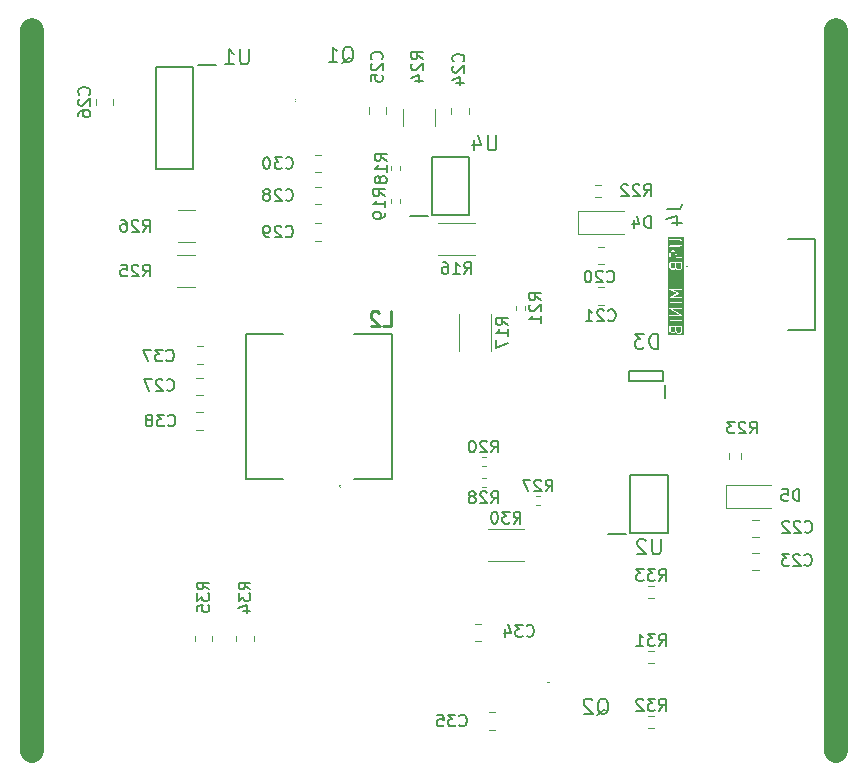
<source format=gbr>
%TF.GenerationSoftware,KiCad,Pcbnew,8.0.7*%
%TF.CreationDate,2025-05-08T16:31:26-05:00*%
%TF.ProjectId,OU_AIMNet_MPPT_v1.0,4f555f41-494d-44e6-9574-5f4d5050545f,rev?*%
%TF.SameCoordinates,Original*%
%TF.FileFunction,Legend,Bot*%
%TF.FilePolarity,Positive*%
%FSLAX46Y46*%
G04 Gerber Fmt 4.6, Leading zero omitted, Abs format (unit mm)*
G04 Created by KiCad (PCBNEW 8.0.7) date 2025-05-08 16:31:26*
%MOMM*%
%LPD*%
G01*
G04 APERTURE LIST*
%ADD10C,2.000000*%
%ADD11C,0.100000*%
%ADD12C,0.150000*%
%ADD13C,0.254000*%
%ADD14C,0.120000*%
%ADD15C,0.200000*%
G04 APERTURE END LIST*
D10*
X268500000Y-172500000D02*
X268500000Y-111500000D01*
X200500000Y-172500000D02*
X200500000Y-111500000D01*
D11*
G36*
X255422419Y-136953983D02*
G01*
X255383708Y-137031405D01*
X255347561Y-137067551D01*
X255270139Y-137106263D01*
X255150889Y-137106263D01*
X255073465Y-137067551D01*
X255039929Y-137034016D01*
X254998609Y-136910054D01*
X254998609Y-136634835D01*
X255422419Y-136634835D01*
X255422419Y-136953983D01*
G37*
G36*
X254898609Y-136906364D02*
G01*
X254859897Y-136983787D01*
X254823753Y-137019932D01*
X254746330Y-137058644D01*
X254674699Y-137058644D01*
X254597275Y-137019932D01*
X254561130Y-136983788D01*
X254522419Y-136906365D01*
X254522419Y-136634835D01*
X254898609Y-136634835D01*
X254898609Y-136906364D01*
G37*
G36*
X255422419Y-131573032D02*
G01*
X255383708Y-131650454D01*
X255347561Y-131686600D01*
X255270139Y-131725312D01*
X255150889Y-131725312D01*
X255073465Y-131686600D01*
X255039929Y-131653065D01*
X254998609Y-131529103D01*
X254998609Y-131253884D01*
X255422419Y-131253884D01*
X255422419Y-131573032D01*
G37*
G36*
X254898609Y-131525413D02*
G01*
X254859897Y-131602836D01*
X254823753Y-131638981D01*
X254746330Y-131677693D01*
X254674699Y-131677693D01*
X254597275Y-131638981D01*
X254561130Y-131602837D01*
X254522419Y-131525414D01*
X254522419Y-131253884D01*
X254898609Y-131253884D01*
X254898609Y-131525413D01*
G37*
G36*
X255633530Y-137317374D02*
G01*
X254311308Y-137317374D01*
X254311308Y-136584835D01*
X254422419Y-136584835D01*
X254422419Y-136918168D01*
X254422907Y-136920624D01*
X254422545Y-136921713D01*
X254424661Y-136929440D01*
X254426225Y-136937302D01*
X254427036Y-136938113D01*
X254427698Y-136940529D01*
X254475316Y-137035766D01*
X254480231Y-137042099D01*
X254484683Y-137048761D01*
X254532301Y-137096380D01*
X254538967Y-137100834D01*
X254545296Y-137105746D01*
X254640534Y-137153365D01*
X254642949Y-137154026D01*
X254643761Y-137154838D01*
X254651622Y-137156401D01*
X254659350Y-137158518D01*
X254660438Y-137158155D01*
X254662895Y-137158644D01*
X254758133Y-137158644D01*
X254760589Y-137158155D01*
X254761678Y-137158518D01*
X254769405Y-137156401D01*
X254777267Y-137154838D01*
X254778078Y-137154026D01*
X254780494Y-137153365D01*
X254875731Y-137105747D01*
X254882064Y-137100831D01*
X254888726Y-137096380D01*
X254936345Y-137048762D01*
X254938407Y-137045675D01*
X254948794Y-137076836D01*
X254950034Y-137079011D01*
X254950034Y-137080159D01*
X254954487Y-137086823D01*
X254958455Y-137093784D01*
X254959481Y-137094297D01*
X254960873Y-137096380D01*
X255008491Y-137143999D01*
X255015157Y-137148453D01*
X255021486Y-137153365D01*
X255116724Y-137200984D01*
X255119139Y-137201645D01*
X255119951Y-137202457D01*
X255127812Y-137204020D01*
X255135540Y-137206137D01*
X255136628Y-137205774D01*
X255139085Y-137206263D01*
X255281942Y-137206263D01*
X255284398Y-137205774D01*
X255285487Y-137206137D01*
X255293214Y-137204020D01*
X255301076Y-137202457D01*
X255301887Y-137201645D01*
X255304303Y-137200984D01*
X255399540Y-137153366D01*
X255405868Y-137148454D01*
X255412535Y-137144000D01*
X255460155Y-137096381D01*
X255464609Y-137089714D01*
X255469521Y-137083386D01*
X255517140Y-136988148D01*
X255517801Y-136985732D01*
X255518613Y-136984921D01*
X255520176Y-136977059D01*
X255522293Y-136969332D01*
X255521930Y-136968243D01*
X255522419Y-136965787D01*
X255522419Y-136584835D01*
X255518613Y-136565701D01*
X255491553Y-136538641D01*
X255472419Y-136534835D01*
X254472419Y-136534835D01*
X254453285Y-136538641D01*
X254426225Y-136565701D01*
X254422419Y-136584835D01*
X254311308Y-136584835D01*
X254311308Y-136089511D01*
X254426225Y-136089511D01*
X254426225Y-136127779D01*
X254453285Y-136154839D01*
X254472419Y-136158645D01*
X255472419Y-136158645D01*
X255491553Y-136154839D01*
X255518613Y-136127779D01*
X255518613Y-136089511D01*
X255491553Y-136062451D01*
X255472419Y-136058645D01*
X254472419Y-136058645D01*
X254453285Y-136062451D01*
X254426225Y-136089511D01*
X254311308Y-136089511D01*
X254311308Y-135054720D01*
X254422818Y-135054720D01*
X254426225Y-135067212D01*
X254426225Y-135080160D01*
X254431079Y-135085014D01*
X254432887Y-135091641D01*
X254447612Y-135104438D01*
X255284141Y-135582454D01*
X254472419Y-135582454D01*
X254453285Y-135586260D01*
X254426225Y-135613320D01*
X254426225Y-135651588D01*
X254453285Y-135678648D01*
X254472419Y-135682454D01*
X255472419Y-135682454D01*
X255491553Y-135678648D01*
X255496407Y-135673793D01*
X255503034Y-135671986D01*
X255509459Y-135660741D01*
X255518613Y-135651588D01*
X255518613Y-135644722D01*
X255522020Y-135638760D01*
X255518613Y-135626267D01*
X255518613Y-135613320D01*
X255513757Y-135608464D01*
X255511951Y-135601840D01*
X255497226Y-135589042D01*
X254660697Y-135111026D01*
X255472419Y-135111026D01*
X255491553Y-135107220D01*
X255518613Y-135080160D01*
X255518613Y-135041892D01*
X255491553Y-135014832D01*
X255472419Y-135011026D01*
X254472419Y-135011026D01*
X254453285Y-135014832D01*
X254448430Y-135019686D01*
X254441804Y-135021494D01*
X254435378Y-135032738D01*
X254426225Y-135041892D01*
X254426225Y-135048757D01*
X254422818Y-135054720D01*
X254311308Y-135054720D01*
X254311308Y-134565702D01*
X254426225Y-134565702D01*
X254426225Y-134603970D01*
X254453285Y-134631030D01*
X254472419Y-134634836D01*
X255472419Y-134634836D01*
X255491553Y-134631030D01*
X255518613Y-134603970D01*
X255518613Y-134565702D01*
X255491553Y-134538642D01*
X255472419Y-134534836D01*
X254472419Y-134534836D01*
X254453285Y-134538642D01*
X254426225Y-134565702D01*
X254311308Y-134565702D01*
X254311308Y-133439783D01*
X254422467Y-133439783D01*
X254426225Y-133450117D01*
X254426225Y-133461113D01*
X254432507Y-133467395D01*
X254435545Y-133475748D01*
X254451275Y-133487288D01*
X255068469Y-133775312D01*
X254451275Y-134063336D01*
X254435545Y-134074876D01*
X254432507Y-134083228D01*
X254426225Y-134089511D01*
X254426225Y-134100506D01*
X254422467Y-134110841D01*
X254426225Y-134118893D01*
X254426225Y-134127779D01*
X254433999Y-134135553D01*
X254438650Y-134145519D01*
X254447002Y-134148556D01*
X254453285Y-134154839D01*
X254472419Y-134158645D01*
X255472419Y-134158645D01*
X255491553Y-134154839D01*
X255518613Y-134127779D01*
X255518613Y-134089511D01*
X255491553Y-134062451D01*
X255472419Y-134058645D01*
X254697797Y-134058645D01*
X255207849Y-133820621D01*
X255218238Y-133812998D01*
X255220473Y-133812186D01*
X255221059Y-133810928D01*
X255223578Y-133809081D01*
X255229422Y-133793008D01*
X255236656Y-133777508D01*
X255235857Y-133775312D01*
X255236656Y-133773116D01*
X255229422Y-133757615D01*
X255223578Y-133741543D01*
X255221059Y-133739695D01*
X255220473Y-133738438D01*
X255218238Y-133737625D01*
X255207849Y-133730003D01*
X254697797Y-133491979D01*
X255472419Y-133491979D01*
X255491553Y-133488173D01*
X255518613Y-133461113D01*
X255518613Y-133422845D01*
X255491553Y-133395785D01*
X255472419Y-133391979D01*
X254472419Y-133391979D01*
X254453285Y-133395785D01*
X254447002Y-133402067D01*
X254438650Y-133405105D01*
X254433999Y-133415070D01*
X254426225Y-133422845D01*
X254426225Y-133431730D01*
X254422467Y-133439783D01*
X254311308Y-133439783D01*
X254311308Y-132203884D01*
X255041466Y-132203884D01*
X255041466Y-132965789D01*
X255045272Y-132984923D01*
X255072332Y-133011983D01*
X255110600Y-133011983D01*
X255137660Y-132984923D01*
X255141466Y-132965789D01*
X255141466Y-132203884D01*
X255137660Y-132184750D01*
X255110600Y-132157690D01*
X255072332Y-132157690D01*
X255045272Y-132184750D01*
X255041466Y-132203884D01*
X254311308Y-132203884D01*
X254311308Y-131203884D01*
X254422419Y-131203884D01*
X254422419Y-131537217D01*
X254422907Y-131539673D01*
X254422545Y-131540762D01*
X254424661Y-131548489D01*
X254426225Y-131556351D01*
X254427036Y-131557162D01*
X254427698Y-131559578D01*
X254475316Y-131654815D01*
X254480231Y-131661148D01*
X254484683Y-131667810D01*
X254532301Y-131715429D01*
X254538967Y-131719883D01*
X254545296Y-131724795D01*
X254640534Y-131772414D01*
X254642949Y-131773075D01*
X254643761Y-131773887D01*
X254651622Y-131775450D01*
X254659350Y-131777567D01*
X254660438Y-131777204D01*
X254662895Y-131777693D01*
X254758133Y-131777693D01*
X254760589Y-131777204D01*
X254761678Y-131777567D01*
X254769405Y-131775450D01*
X254777267Y-131773887D01*
X254778078Y-131773075D01*
X254780494Y-131772414D01*
X254875731Y-131724796D01*
X254882064Y-131719880D01*
X254888726Y-131715429D01*
X254936345Y-131667811D01*
X254938407Y-131664724D01*
X254948794Y-131695885D01*
X254950034Y-131698060D01*
X254950034Y-131699208D01*
X254954487Y-131705872D01*
X254958455Y-131712833D01*
X254959481Y-131713346D01*
X254960873Y-131715429D01*
X255008491Y-131763048D01*
X255015157Y-131767502D01*
X255021486Y-131772414D01*
X255116724Y-131820033D01*
X255119139Y-131820694D01*
X255119951Y-131821506D01*
X255127812Y-131823069D01*
X255135540Y-131825186D01*
X255136628Y-131824823D01*
X255139085Y-131825312D01*
X255281942Y-131825312D01*
X255284398Y-131824823D01*
X255285487Y-131825186D01*
X255293214Y-131823069D01*
X255301076Y-131821506D01*
X255301887Y-131820694D01*
X255304303Y-131820033D01*
X255399540Y-131772415D01*
X255405868Y-131767503D01*
X255412535Y-131763049D01*
X255460155Y-131715430D01*
X255464609Y-131708763D01*
X255469521Y-131702435D01*
X255517140Y-131607197D01*
X255517801Y-131604781D01*
X255518613Y-131603970D01*
X255520176Y-131596108D01*
X255522293Y-131588381D01*
X255521930Y-131587292D01*
X255522419Y-131584836D01*
X255522419Y-131203884D01*
X255518613Y-131184750D01*
X255491553Y-131157690D01*
X255472419Y-131153884D01*
X254472419Y-131153884D01*
X254453285Y-131157690D01*
X254426225Y-131184750D01*
X254422419Y-131203884D01*
X254311308Y-131203884D01*
X254311308Y-130394360D01*
X254422419Y-130394360D01*
X254422419Y-130632455D01*
X254423982Y-130640317D01*
X254424985Y-130648266D01*
X254472604Y-130791123D01*
X254482265Y-130808071D01*
X254516494Y-130825186D01*
X254552798Y-130813084D01*
X254569912Y-130778856D01*
X254567472Y-130759500D01*
X254522419Y-130624341D01*
X254522419Y-130406163D01*
X254561130Y-130328739D01*
X254597275Y-130292595D01*
X254674699Y-130253884D01*
X254746330Y-130253884D01*
X254823753Y-130292595D01*
X254859897Y-130328740D01*
X254901433Y-130411812D01*
X254947721Y-130596963D01*
X254950060Y-130601915D01*
X254951507Y-130607197D01*
X254999125Y-130702434D01*
X255004040Y-130708767D01*
X255008492Y-130715429D01*
X255056110Y-130763048D01*
X255062776Y-130767502D01*
X255069105Y-130772414D01*
X255164343Y-130820033D01*
X255166758Y-130820694D01*
X255167570Y-130821506D01*
X255175431Y-130823069D01*
X255183159Y-130825186D01*
X255184247Y-130824823D01*
X255186704Y-130825312D01*
X255281942Y-130825312D01*
X255284398Y-130824823D01*
X255285487Y-130825186D01*
X255293214Y-130823069D01*
X255301076Y-130821506D01*
X255301887Y-130820694D01*
X255304303Y-130820033D01*
X255399540Y-130772415D01*
X255405868Y-130767503D01*
X255412535Y-130763049D01*
X255460155Y-130715430D01*
X255464609Y-130708763D01*
X255469521Y-130702435D01*
X255517140Y-130607197D01*
X255517801Y-130604781D01*
X255518613Y-130603970D01*
X255520176Y-130596108D01*
X255522293Y-130588381D01*
X255521930Y-130587292D01*
X255522419Y-130584836D01*
X255522419Y-130346741D01*
X255520855Y-130338879D01*
X255519853Y-130330929D01*
X255472234Y-130188073D01*
X255462573Y-130171124D01*
X255428344Y-130154010D01*
X255392040Y-130166111D01*
X255374926Y-130200340D01*
X255377366Y-130219695D01*
X255422419Y-130354854D01*
X255422419Y-130573032D01*
X255383708Y-130650454D01*
X255347561Y-130686600D01*
X255270139Y-130725312D01*
X255198508Y-130725312D01*
X255121084Y-130686600D01*
X255084939Y-130650456D01*
X255043404Y-130567385D01*
X254997116Y-130382233D01*
X254994776Y-130377280D01*
X254993330Y-130371999D01*
X254945711Y-130276761D01*
X254940799Y-130270432D01*
X254936345Y-130263766D01*
X254888726Y-130216148D01*
X254882064Y-130211696D01*
X254875731Y-130206781D01*
X254780494Y-130159163D01*
X254778078Y-130158501D01*
X254777267Y-130157690D01*
X254769405Y-130156126D01*
X254761678Y-130154010D01*
X254760589Y-130154372D01*
X254758133Y-130153884D01*
X254662895Y-130153884D01*
X254660438Y-130154372D01*
X254659350Y-130154010D01*
X254651622Y-130156126D01*
X254643761Y-130157690D01*
X254642949Y-130158501D01*
X254640534Y-130159163D01*
X254545296Y-130206782D01*
X254538967Y-130211693D01*
X254532301Y-130216148D01*
X254484683Y-130263767D01*
X254480231Y-130270428D01*
X254475316Y-130276762D01*
X254427698Y-130371999D01*
X254427036Y-130374414D01*
X254426225Y-130375226D01*
X254424661Y-130383087D01*
X254422545Y-130390815D01*
X254422907Y-130391903D01*
X254422419Y-130394360D01*
X254311308Y-130394360D01*
X254311308Y-129184750D01*
X254426225Y-129184750D01*
X254426225Y-129223018D01*
X254453285Y-129250078D01*
X254472419Y-129253884D01*
X255270139Y-129253884D01*
X255347561Y-129292595D01*
X255383708Y-129328741D01*
X255422419Y-129406163D01*
X255422419Y-129573032D01*
X255383708Y-129650454D01*
X255347561Y-129686600D01*
X255270139Y-129725312D01*
X254472419Y-129725312D01*
X254453285Y-129729118D01*
X254426225Y-129756178D01*
X254426225Y-129794446D01*
X254453285Y-129821506D01*
X254472419Y-129825312D01*
X255281942Y-129825312D01*
X255284398Y-129824823D01*
X255285487Y-129825186D01*
X255293214Y-129823069D01*
X255301076Y-129821506D01*
X255301887Y-129820694D01*
X255304303Y-129820033D01*
X255399540Y-129772415D01*
X255405868Y-129767503D01*
X255412535Y-129763049D01*
X255460155Y-129715430D01*
X255464609Y-129708763D01*
X255469521Y-129702435D01*
X255517140Y-129607197D01*
X255517801Y-129604781D01*
X255518613Y-129603970D01*
X255520176Y-129596108D01*
X255522293Y-129588381D01*
X255521930Y-129587292D01*
X255522419Y-129584836D01*
X255522419Y-129394360D01*
X255521930Y-129391903D01*
X255522293Y-129390815D01*
X255520176Y-129383087D01*
X255518613Y-129375226D01*
X255517801Y-129374414D01*
X255517140Y-129371999D01*
X255469521Y-129276761D01*
X255464609Y-129270432D01*
X255460155Y-129263766D01*
X255412535Y-129216147D01*
X255405868Y-129211692D01*
X255399540Y-129206781D01*
X255304303Y-129159163D01*
X255301887Y-129158501D01*
X255301076Y-129157690D01*
X255293214Y-129156126D01*
X255285487Y-129154010D01*
X255284398Y-129154372D01*
X255281942Y-129153884D01*
X254472419Y-129153884D01*
X254453285Y-129157690D01*
X254426225Y-129184750D01*
X254311308Y-129184750D01*
X254311308Y-129042773D01*
X255633530Y-129042773D01*
X255633530Y-137317374D01*
G37*
D12*
X236642857Y-170359580D02*
X236690476Y-170407200D01*
X236690476Y-170407200D02*
X236833333Y-170454819D01*
X236833333Y-170454819D02*
X236928571Y-170454819D01*
X236928571Y-170454819D02*
X237071428Y-170407200D01*
X237071428Y-170407200D02*
X237166666Y-170311961D01*
X237166666Y-170311961D02*
X237214285Y-170216723D01*
X237214285Y-170216723D02*
X237261904Y-170026247D01*
X237261904Y-170026247D02*
X237261904Y-169883390D01*
X237261904Y-169883390D02*
X237214285Y-169692914D01*
X237214285Y-169692914D02*
X237166666Y-169597676D01*
X237166666Y-169597676D02*
X237071428Y-169502438D01*
X237071428Y-169502438D02*
X236928571Y-169454819D01*
X236928571Y-169454819D02*
X236833333Y-169454819D01*
X236833333Y-169454819D02*
X236690476Y-169502438D01*
X236690476Y-169502438D02*
X236642857Y-169550057D01*
X236309523Y-169454819D02*
X235690476Y-169454819D01*
X235690476Y-169454819D02*
X236023809Y-169835771D01*
X236023809Y-169835771D02*
X235880952Y-169835771D01*
X235880952Y-169835771D02*
X235785714Y-169883390D01*
X235785714Y-169883390D02*
X235738095Y-169931009D01*
X235738095Y-169931009D02*
X235690476Y-170026247D01*
X235690476Y-170026247D02*
X235690476Y-170264342D01*
X235690476Y-170264342D02*
X235738095Y-170359580D01*
X235738095Y-170359580D02*
X235785714Y-170407200D01*
X235785714Y-170407200D02*
X235880952Y-170454819D01*
X235880952Y-170454819D02*
X236166666Y-170454819D01*
X236166666Y-170454819D02*
X236261904Y-170407200D01*
X236261904Y-170407200D02*
X236309523Y-170359580D01*
X234785714Y-169454819D02*
X235261904Y-169454819D01*
X235261904Y-169454819D02*
X235309523Y-169931009D01*
X235309523Y-169931009D02*
X235261904Y-169883390D01*
X235261904Y-169883390D02*
X235166666Y-169835771D01*
X235166666Y-169835771D02*
X234928571Y-169835771D01*
X234928571Y-169835771D02*
X234833333Y-169883390D01*
X234833333Y-169883390D02*
X234785714Y-169931009D01*
X234785714Y-169931009D02*
X234738095Y-170026247D01*
X234738095Y-170026247D02*
X234738095Y-170264342D01*
X234738095Y-170264342D02*
X234785714Y-170359580D01*
X234785714Y-170359580D02*
X234833333Y-170407200D01*
X234833333Y-170407200D02*
X234928571Y-170454819D01*
X234928571Y-170454819D02*
X235166666Y-170454819D01*
X235166666Y-170454819D02*
X235261904Y-170407200D01*
X235261904Y-170407200D02*
X235309523Y-170359580D01*
X211880357Y-141959580D02*
X211927976Y-142007200D01*
X211927976Y-142007200D02*
X212070833Y-142054819D01*
X212070833Y-142054819D02*
X212166071Y-142054819D01*
X212166071Y-142054819D02*
X212308928Y-142007200D01*
X212308928Y-142007200D02*
X212404166Y-141911961D01*
X212404166Y-141911961D02*
X212451785Y-141816723D01*
X212451785Y-141816723D02*
X212499404Y-141626247D01*
X212499404Y-141626247D02*
X212499404Y-141483390D01*
X212499404Y-141483390D02*
X212451785Y-141292914D01*
X212451785Y-141292914D02*
X212404166Y-141197676D01*
X212404166Y-141197676D02*
X212308928Y-141102438D01*
X212308928Y-141102438D02*
X212166071Y-141054819D01*
X212166071Y-141054819D02*
X212070833Y-141054819D01*
X212070833Y-141054819D02*
X211927976Y-141102438D01*
X211927976Y-141102438D02*
X211880357Y-141150057D01*
X211499404Y-141150057D02*
X211451785Y-141102438D01*
X211451785Y-141102438D02*
X211356547Y-141054819D01*
X211356547Y-141054819D02*
X211118452Y-141054819D01*
X211118452Y-141054819D02*
X211023214Y-141102438D01*
X211023214Y-141102438D02*
X210975595Y-141150057D01*
X210975595Y-141150057D02*
X210927976Y-141245295D01*
X210927976Y-141245295D02*
X210927976Y-141340533D01*
X210927976Y-141340533D02*
X210975595Y-141483390D01*
X210975595Y-141483390D02*
X211547023Y-142054819D01*
X211547023Y-142054819D02*
X210927976Y-142054819D01*
X210594642Y-141054819D02*
X209927976Y-141054819D01*
X209927976Y-141054819D02*
X210356547Y-142054819D01*
X209842857Y-128554819D02*
X210176190Y-128078628D01*
X210414285Y-128554819D02*
X210414285Y-127554819D01*
X210414285Y-127554819D02*
X210033333Y-127554819D01*
X210033333Y-127554819D02*
X209938095Y-127602438D01*
X209938095Y-127602438D02*
X209890476Y-127650057D01*
X209890476Y-127650057D02*
X209842857Y-127745295D01*
X209842857Y-127745295D02*
X209842857Y-127888152D01*
X209842857Y-127888152D02*
X209890476Y-127983390D01*
X209890476Y-127983390D02*
X209938095Y-128031009D01*
X209938095Y-128031009D02*
X210033333Y-128078628D01*
X210033333Y-128078628D02*
X210414285Y-128078628D01*
X209461904Y-127650057D02*
X209414285Y-127602438D01*
X209414285Y-127602438D02*
X209319047Y-127554819D01*
X209319047Y-127554819D02*
X209080952Y-127554819D01*
X209080952Y-127554819D02*
X208985714Y-127602438D01*
X208985714Y-127602438D02*
X208938095Y-127650057D01*
X208938095Y-127650057D02*
X208890476Y-127745295D01*
X208890476Y-127745295D02*
X208890476Y-127840533D01*
X208890476Y-127840533D02*
X208938095Y-127983390D01*
X208938095Y-127983390D02*
X209509523Y-128554819D01*
X209509523Y-128554819D02*
X208890476Y-128554819D01*
X208033333Y-127554819D02*
X208223809Y-127554819D01*
X208223809Y-127554819D02*
X208319047Y-127602438D01*
X208319047Y-127602438D02*
X208366666Y-127650057D01*
X208366666Y-127650057D02*
X208461904Y-127792914D01*
X208461904Y-127792914D02*
X208509523Y-127983390D01*
X208509523Y-127983390D02*
X208509523Y-128364342D01*
X208509523Y-128364342D02*
X208461904Y-128459580D01*
X208461904Y-128459580D02*
X208414285Y-128507200D01*
X208414285Y-128507200D02*
X208319047Y-128554819D01*
X208319047Y-128554819D02*
X208128571Y-128554819D01*
X208128571Y-128554819D02*
X208033333Y-128507200D01*
X208033333Y-128507200D02*
X207985714Y-128459580D01*
X207985714Y-128459580D02*
X207938095Y-128364342D01*
X207938095Y-128364342D02*
X207938095Y-128126247D01*
X207938095Y-128126247D02*
X207985714Y-128031009D01*
X207985714Y-128031009D02*
X208033333Y-127983390D01*
X208033333Y-127983390D02*
X208128571Y-127935771D01*
X208128571Y-127935771D02*
X208319047Y-127935771D01*
X208319047Y-127935771D02*
X208414285Y-127983390D01*
X208414285Y-127983390D02*
X208461904Y-128031009D01*
X208461904Y-128031009D02*
X208509523Y-128126247D01*
X221942857Y-123159580D02*
X221990476Y-123207200D01*
X221990476Y-123207200D02*
X222133333Y-123254819D01*
X222133333Y-123254819D02*
X222228571Y-123254819D01*
X222228571Y-123254819D02*
X222371428Y-123207200D01*
X222371428Y-123207200D02*
X222466666Y-123111961D01*
X222466666Y-123111961D02*
X222514285Y-123016723D01*
X222514285Y-123016723D02*
X222561904Y-122826247D01*
X222561904Y-122826247D02*
X222561904Y-122683390D01*
X222561904Y-122683390D02*
X222514285Y-122492914D01*
X222514285Y-122492914D02*
X222466666Y-122397676D01*
X222466666Y-122397676D02*
X222371428Y-122302438D01*
X222371428Y-122302438D02*
X222228571Y-122254819D01*
X222228571Y-122254819D02*
X222133333Y-122254819D01*
X222133333Y-122254819D02*
X221990476Y-122302438D01*
X221990476Y-122302438D02*
X221942857Y-122350057D01*
X221609523Y-122254819D02*
X220990476Y-122254819D01*
X220990476Y-122254819D02*
X221323809Y-122635771D01*
X221323809Y-122635771D02*
X221180952Y-122635771D01*
X221180952Y-122635771D02*
X221085714Y-122683390D01*
X221085714Y-122683390D02*
X221038095Y-122731009D01*
X221038095Y-122731009D02*
X220990476Y-122826247D01*
X220990476Y-122826247D02*
X220990476Y-123064342D01*
X220990476Y-123064342D02*
X221038095Y-123159580D01*
X221038095Y-123159580D02*
X221085714Y-123207200D01*
X221085714Y-123207200D02*
X221180952Y-123254819D01*
X221180952Y-123254819D02*
X221466666Y-123254819D01*
X221466666Y-123254819D02*
X221561904Y-123207200D01*
X221561904Y-123207200D02*
X221609523Y-123159580D01*
X220371428Y-122254819D02*
X220276190Y-122254819D01*
X220276190Y-122254819D02*
X220180952Y-122302438D01*
X220180952Y-122302438D02*
X220133333Y-122350057D01*
X220133333Y-122350057D02*
X220085714Y-122445295D01*
X220085714Y-122445295D02*
X220038095Y-122635771D01*
X220038095Y-122635771D02*
X220038095Y-122873866D01*
X220038095Y-122873866D02*
X220085714Y-123064342D01*
X220085714Y-123064342D02*
X220133333Y-123159580D01*
X220133333Y-123159580D02*
X220180952Y-123207200D01*
X220180952Y-123207200D02*
X220276190Y-123254819D01*
X220276190Y-123254819D02*
X220371428Y-123254819D01*
X220371428Y-123254819D02*
X220466666Y-123207200D01*
X220466666Y-123207200D02*
X220514285Y-123159580D01*
X220514285Y-123159580D02*
X220561904Y-123064342D01*
X220561904Y-123064342D02*
X220609523Y-122873866D01*
X220609523Y-122873866D02*
X220609523Y-122635771D01*
X220609523Y-122635771D02*
X220561904Y-122445295D01*
X220561904Y-122445295D02*
X220514285Y-122350057D01*
X220514285Y-122350057D02*
X220466666Y-122302438D01*
X220466666Y-122302438D02*
X220371428Y-122254819D01*
X221942857Y-128959580D02*
X221990476Y-129007200D01*
X221990476Y-129007200D02*
X222133333Y-129054819D01*
X222133333Y-129054819D02*
X222228571Y-129054819D01*
X222228571Y-129054819D02*
X222371428Y-129007200D01*
X222371428Y-129007200D02*
X222466666Y-128911961D01*
X222466666Y-128911961D02*
X222514285Y-128816723D01*
X222514285Y-128816723D02*
X222561904Y-128626247D01*
X222561904Y-128626247D02*
X222561904Y-128483390D01*
X222561904Y-128483390D02*
X222514285Y-128292914D01*
X222514285Y-128292914D02*
X222466666Y-128197676D01*
X222466666Y-128197676D02*
X222371428Y-128102438D01*
X222371428Y-128102438D02*
X222228571Y-128054819D01*
X222228571Y-128054819D02*
X222133333Y-128054819D01*
X222133333Y-128054819D02*
X221990476Y-128102438D01*
X221990476Y-128102438D02*
X221942857Y-128150057D01*
X221561904Y-128150057D02*
X221514285Y-128102438D01*
X221514285Y-128102438D02*
X221419047Y-128054819D01*
X221419047Y-128054819D02*
X221180952Y-128054819D01*
X221180952Y-128054819D02*
X221085714Y-128102438D01*
X221085714Y-128102438D02*
X221038095Y-128150057D01*
X221038095Y-128150057D02*
X220990476Y-128245295D01*
X220990476Y-128245295D02*
X220990476Y-128340533D01*
X220990476Y-128340533D02*
X221038095Y-128483390D01*
X221038095Y-128483390D02*
X221609523Y-129054819D01*
X221609523Y-129054819D02*
X220990476Y-129054819D01*
X220514285Y-129054819D02*
X220323809Y-129054819D01*
X220323809Y-129054819D02*
X220228571Y-129007200D01*
X220228571Y-129007200D02*
X220180952Y-128959580D01*
X220180952Y-128959580D02*
X220085714Y-128816723D01*
X220085714Y-128816723D02*
X220038095Y-128626247D01*
X220038095Y-128626247D02*
X220038095Y-128245295D01*
X220038095Y-128245295D02*
X220085714Y-128150057D01*
X220085714Y-128150057D02*
X220133333Y-128102438D01*
X220133333Y-128102438D02*
X220228571Y-128054819D01*
X220228571Y-128054819D02*
X220419047Y-128054819D01*
X220419047Y-128054819D02*
X220514285Y-128102438D01*
X220514285Y-128102438D02*
X220561904Y-128150057D01*
X220561904Y-128150057D02*
X220609523Y-128245295D01*
X220609523Y-128245295D02*
X220609523Y-128483390D01*
X220609523Y-128483390D02*
X220561904Y-128578628D01*
X220561904Y-128578628D02*
X220514285Y-128626247D01*
X220514285Y-128626247D02*
X220419047Y-128673866D01*
X220419047Y-128673866D02*
X220228571Y-128673866D01*
X220228571Y-128673866D02*
X220133333Y-128626247D01*
X220133333Y-128626247D02*
X220085714Y-128578628D01*
X220085714Y-128578628D02*
X220038095Y-128483390D01*
X209842857Y-132354819D02*
X210176190Y-131878628D01*
X210414285Y-132354819D02*
X210414285Y-131354819D01*
X210414285Y-131354819D02*
X210033333Y-131354819D01*
X210033333Y-131354819D02*
X209938095Y-131402438D01*
X209938095Y-131402438D02*
X209890476Y-131450057D01*
X209890476Y-131450057D02*
X209842857Y-131545295D01*
X209842857Y-131545295D02*
X209842857Y-131688152D01*
X209842857Y-131688152D02*
X209890476Y-131783390D01*
X209890476Y-131783390D02*
X209938095Y-131831009D01*
X209938095Y-131831009D02*
X210033333Y-131878628D01*
X210033333Y-131878628D02*
X210414285Y-131878628D01*
X209461904Y-131450057D02*
X209414285Y-131402438D01*
X209414285Y-131402438D02*
X209319047Y-131354819D01*
X209319047Y-131354819D02*
X209080952Y-131354819D01*
X209080952Y-131354819D02*
X208985714Y-131402438D01*
X208985714Y-131402438D02*
X208938095Y-131450057D01*
X208938095Y-131450057D02*
X208890476Y-131545295D01*
X208890476Y-131545295D02*
X208890476Y-131640533D01*
X208890476Y-131640533D02*
X208938095Y-131783390D01*
X208938095Y-131783390D02*
X209509523Y-132354819D01*
X209509523Y-132354819D02*
X208890476Y-132354819D01*
X207985714Y-131354819D02*
X208461904Y-131354819D01*
X208461904Y-131354819D02*
X208509523Y-131831009D01*
X208509523Y-131831009D02*
X208461904Y-131783390D01*
X208461904Y-131783390D02*
X208366666Y-131735771D01*
X208366666Y-131735771D02*
X208128571Y-131735771D01*
X208128571Y-131735771D02*
X208033333Y-131783390D01*
X208033333Y-131783390D02*
X207985714Y-131831009D01*
X207985714Y-131831009D02*
X207938095Y-131926247D01*
X207938095Y-131926247D02*
X207938095Y-132164342D01*
X207938095Y-132164342D02*
X207985714Y-132259580D01*
X207985714Y-132259580D02*
X208033333Y-132307200D01*
X208033333Y-132307200D02*
X208128571Y-132354819D01*
X208128571Y-132354819D02*
X208366666Y-132354819D01*
X208366666Y-132354819D02*
X208461904Y-132307200D01*
X208461904Y-132307200D02*
X208509523Y-132259580D01*
X221942857Y-125859580D02*
X221990476Y-125907200D01*
X221990476Y-125907200D02*
X222133333Y-125954819D01*
X222133333Y-125954819D02*
X222228571Y-125954819D01*
X222228571Y-125954819D02*
X222371428Y-125907200D01*
X222371428Y-125907200D02*
X222466666Y-125811961D01*
X222466666Y-125811961D02*
X222514285Y-125716723D01*
X222514285Y-125716723D02*
X222561904Y-125526247D01*
X222561904Y-125526247D02*
X222561904Y-125383390D01*
X222561904Y-125383390D02*
X222514285Y-125192914D01*
X222514285Y-125192914D02*
X222466666Y-125097676D01*
X222466666Y-125097676D02*
X222371428Y-125002438D01*
X222371428Y-125002438D02*
X222228571Y-124954819D01*
X222228571Y-124954819D02*
X222133333Y-124954819D01*
X222133333Y-124954819D02*
X221990476Y-125002438D01*
X221990476Y-125002438D02*
X221942857Y-125050057D01*
X221561904Y-125050057D02*
X221514285Y-125002438D01*
X221514285Y-125002438D02*
X221419047Y-124954819D01*
X221419047Y-124954819D02*
X221180952Y-124954819D01*
X221180952Y-124954819D02*
X221085714Y-125002438D01*
X221085714Y-125002438D02*
X221038095Y-125050057D01*
X221038095Y-125050057D02*
X220990476Y-125145295D01*
X220990476Y-125145295D02*
X220990476Y-125240533D01*
X220990476Y-125240533D02*
X221038095Y-125383390D01*
X221038095Y-125383390D02*
X221609523Y-125954819D01*
X221609523Y-125954819D02*
X220990476Y-125954819D01*
X220419047Y-125383390D02*
X220514285Y-125335771D01*
X220514285Y-125335771D02*
X220561904Y-125288152D01*
X220561904Y-125288152D02*
X220609523Y-125192914D01*
X220609523Y-125192914D02*
X220609523Y-125145295D01*
X220609523Y-125145295D02*
X220561904Y-125050057D01*
X220561904Y-125050057D02*
X220514285Y-125002438D01*
X220514285Y-125002438D02*
X220419047Y-124954819D01*
X220419047Y-124954819D02*
X220228571Y-124954819D01*
X220228571Y-124954819D02*
X220133333Y-125002438D01*
X220133333Y-125002438D02*
X220085714Y-125050057D01*
X220085714Y-125050057D02*
X220038095Y-125145295D01*
X220038095Y-125145295D02*
X220038095Y-125192914D01*
X220038095Y-125192914D02*
X220085714Y-125288152D01*
X220085714Y-125288152D02*
X220133333Y-125335771D01*
X220133333Y-125335771D02*
X220228571Y-125383390D01*
X220228571Y-125383390D02*
X220419047Y-125383390D01*
X220419047Y-125383390D02*
X220514285Y-125431009D01*
X220514285Y-125431009D02*
X220561904Y-125478628D01*
X220561904Y-125478628D02*
X220609523Y-125573866D01*
X220609523Y-125573866D02*
X220609523Y-125764342D01*
X220609523Y-125764342D02*
X220561904Y-125859580D01*
X220561904Y-125859580D02*
X220514285Y-125907200D01*
X220514285Y-125907200D02*
X220419047Y-125954819D01*
X220419047Y-125954819D02*
X220228571Y-125954819D01*
X220228571Y-125954819D02*
X220133333Y-125907200D01*
X220133333Y-125907200D02*
X220085714Y-125859580D01*
X220085714Y-125859580D02*
X220038095Y-125764342D01*
X220038095Y-125764342D02*
X220038095Y-125573866D01*
X220038095Y-125573866D02*
X220085714Y-125478628D01*
X220085714Y-125478628D02*
X220133333Y-125431009D01*
X220133333Y-125431009D02*
X220228571Y-125383390D01*
X211842857Y-139459580D02*
X211890476Y-139507200D01*
X211890476Y-139507200D02*
X212033333Y-139554819D01*
X212033333Y-139554819D02*
X212128571Y-139554819D01*
X212128571Y-139554819D02*
X212271428Y-139507200D01*
X212271428Y-139507200D02*
X212366666Y-139411961D01*
X212366666Y-139411961D02*
X212414285Y-139316723D01*
X212414285Y-139316723D02*
X212461904Y-139126247D01*
X212461904Y-139126247D02*
X212461904Y-138983390D01*
X212461904Y-138983390D02*
X212414285Y-138792914D01*
X212414285Y-138792914D02*
X212366666Y-138697676D01*
X212366666Y-138697676D02*
X212271428Y-138602438D01*
X212271428Y-138602438D02*
X212128571Y-138554819D01*
X212128571Y-138554819D02*
X212033333Y-138554819D01*
X212033333Y-138554819D02*
X211890476Y-138602438D01*
X211890476Y-138602438D02*
X211842857Y-138650057D01*
X211509523Y-138554819D02*
X210890476Y-138554819D01*
X210890476Y-138554819D02*
X211223809Y-138935771D01*
X211223809Y-138935771D02*
X211080952Y-138935771D01*
X211080952Y-138935771D02*
X210985714Y-138983390D01*
X210985714Y-138983390D02*
X210938095Y-139031009D01*
X210938095Y-139031009D02*
X210890476Y-139126247D01*
X210890476Y-139126247D02*
X210890476Y-139364342D01*
X210890476Y-139364342D02*
X210938095Y-139459580D01*
X210938095Y-139459580D02*
X210985714Y-139507200D01*
X210985714Y-139507200D02*
X211080952Y-139554819D01*
X211080952Y-139554819D02*
X211366666Y-139554819D01*
X211366666Y-139554819D02*
X211461904Y-139507200D01*
X211461904Y-139507200D02*
X211509523Y-139459580D01*
X210557142Y-138554819D02*
X209890476Y-138554819D01*
X209890476Y-138554819D02*
X210319047Y-139554819D01*
X253678619Y-154604726D02*
X253678619Y-155632821D01*
X253678619Y-155632821D02*
X253618142Y-155753773D01*
X253618142Y-155753773D02*
X253557666Y-155814250D01*
X253557666Y-155814250D02*
X253436714Y-155874726D01*
X253436714Y-155874726D02*
X253194809Y-155874726D01*
X253194809Y-155874726D02*
X253073857Y-155814250D01*
X253073857Y-155814250D02*
X253013380Y-155753773D01*
X253013380Y-155753773D02*
X252952904Y-155632821D01*
X252952904Y-155632821D02*
X252952904Y-154604726D01*
X252408619Y-154725678D02*
X252348143Y-154665202D01*
X252348143Y-154665202D02*
X252227190Y-154604726D01*
X252227190Y-154604726D02*
X251924809Y-154604726D01*
X251924809Y-154604726D02*
X251803857Y-154665202D01*
X251803857Y-154665202D02*
X251743381Y-154725678D01*
X251743381Y-154725678D02*
X251682904Y-154846630D01*
X251682904Y-154846630D02*
X251682904Y-154967583D01*
X251682904Y-154967583D02*
X251743381Y-155149011D01*
X251743381Y-155149011D02*
X252469095Y-155874726D01*
X252469095Y-155874726D02*
X251682904Y-155874726D01*
X241242857Y-153274819D02*
X241576190Y-152798628D01*
X241814285Y-153274819D02*
X241814285Y-152274819D01*
X241814285Y-152274819D02*
X241433333Y-152274819D01*
X241433333Y-152274819D02*
X241338095Y-152322438D01*
X241338095Y-152322438D02*
X241290476Y-152370057D01*
X241290476Y-152370057D02*
X241242857Y-152465295D01*
X241242857Y-152465295D02*
X241242857Y-152608152D01*
X241242857Y-152608152D02*
X241290476Y-152703390D01*
X241290476Y-152703390D02*
X241338095Y-152751009D01*
X241338095Y-152751009D02*
X241433333Y-152798628D01*
X241433333Y-152798628D02*
X241814285Y-152798628D01*
X240909523Y-152274819D02*
X240290476Y-152274819D01*
X240290476Y-152274819D02*
X240623809Y-152655771D01*
X240623809Y-152655771D02*
X240480952Y-152655771D01*
X240480952Y-152655771D02*
X240385714Y-152703390D01*
X240385714Y-152703390D02*
X240338095Y-152751009D01*
X240338095Y-152751009D02*
X240290476Y-152846247D01*
X240290476Y-152846247D02*
X240290476Y-153084342D01*
X240290476Y-153084342D02*
X240338095Y-153179580D01*
X240338095Y-153179580D02*
X240385714Y-153227200D01*
X240385714Y-153227200D02*
X240480952Y-153274819D01*
X240480952Y-153274819D02*
X240766666Y-153274819D01*
X240766666Y-153274819D02*
X240861904Y-153227200D01*
X240861904Y-153227200D02*
X240909523Y-153179580D01*
X239671428Y-152274819D02*
X239576190Y-152274819D01*
X239576190Y-152274819D02*
X239480952Y-152322438D01*
X239480952Y-152322438D02*
X239433333Y-152370057D01*
X239433333Y-152370057D02*
X239385714Y-152465295D01*
X239385714Y-152465295D02*
X239338095Y-152655771D01*
X239338095Y-152655771D02*
X239338095Y-152893866D01*
X239338095Y-152893866D02*
X239385714Y-153084342D01*
X239385714Y-153084342D02*
X239433333Y-153179580D01*
X239433333Y-153179580D02*
X239480952Y-153227200D01*
X239480952Y-153227200D02*
X239576190Y-153274819D01*
X239576190Y-153274819D02*
X239671428Y-153274819D01*
X239671428Y-153274819D02*
X239766666Y-153227200D01*
X239766666Y-153227200D02*
X239814285Y-153179580D01*
X239814285Y-153179580D02*
X239861904Y-153084342D01*
X239861904Y-153084342D02*
X239909523Y-152893866D01*
X239909523Y-152893866D02*
X239909523Y-152655771D01*
X239909523Y-152655771D02*
X239861904Y-152465295D01*
X239861904Y-152465295D02*
X239814285Y-152370057D01*
X239814285Y-152370057D02*
X239766666Y-152322438D01*
X239766666Y-152322438D02*
X239671428Y-152274819D01*
X230484819Y-122559642D02*
X230008628Y-122226309D01*
X230484819Y-121988214D02*
X229484819Y-121988214D01*
X229484819Y-121988214D02*
X229484819Y-122369166D01*
X229484819Y-122369166D02*
X229532438Y-122464404D01*
X229532438Y-122464404D02*
X229580057Y-122512023D01*
X229580057Y-122512023D02*
X229675295Y-122559642D01*
X229675295Y-122559642D02*
X229818152Y-122559642D01*
X229818152Y-122559642D02*
X229913390Y-122512023D01*
X229913390Y-122512023D02*
X229961009Y-122464404D01*
X229961009Y-122464404D02*
X230008628Y-122369166D01*
X230008628Y-122369166D02*
X230008628Y-121988214D01*
X230484819Y-123512023D02*
X230484819Y-122940595D01*
X230484819Y-123226309D02*
X229484819Y-123226309D01*
X229484819Y-123226309D02*
X229627676Y-123131071D01*
X229627676Y-123131071D02*
X229722914Y-123035833D01*
X229722914Y-123035833D02*
X229770533Y-122940595D01*
X229913390Y-124083452D02*
X229865771Y-123988214D01*
X229865771Y-123988214D02*
X229818152Y-123940595D01*
X229818152Y-123940595D02*
X229722914Y-123892976D01*
X229722914Y-123892976D02*
X229675295Y-123892976D01*
X229675295Y-123892976D02*
X229580057Y-123940595D01*
X229580057Y-123940595D02*
X229532438Y-123988214D01*
X229532438Y-123988214D02*
X229484819Y-124083452D01*
X229484819Y-124083452D02*
X229484819Y-124273928D01*
X229484819Y-124273928D02*
X229532438Y-124369166D01*
X229532438Y-124369166D02*
X229580057Y-124416785D01*
X229580057Y-124416785D02*
X229675295Y-124464404D01*
X229675295Y-124464404D02*
X229722914Y-124464404D01*
X229722914Y-124464404D02*
X229818152Y-124416785D01*
X229818152Y-124416785D02*
X229865771Y-124369166D01*
X229865771Y-124369166D02*
X229913390Y-124273928D01*
X229913390Y-124273928D02*
X229913390Y-124083452D01*
X229913390Y-124083452D02*
X229961009Y-123988214D01*
X229961009Y-123988214D02*
X230008628Y-123940595D01*
X230008628Y-123940595D02*
X230103866Y-123892976D01*
X230103866Y-123892976D02*
X230294342Y-123892976D01*
X230294342Y-123892976D02*
X230389580Y-123940595D01*
X230389580Y-123940595D02*
X230437200Y-123988214D01*
X230437200Y-123988214D02*
X230484819Y-124083452D01*
X230484819Y-124083452D02*
X230484819Y-124273928D01*
X230484819Y-124273928D02*
X230437200Y-124369166D01*
X230437200Y-124369166D02*
X230389580Y-124416785D01*
X230389580Y-124416785D02*
X230294342Y-124464404D01*
X230294342Y-124464404D02*
X230103866Y-124464404D01*
X230103866Y-124464404D02*
X230008628Y-124416785D01*
X230008628Y-124416785D02*
X229961009Y-124369166D01*
X229961009Y-124369166D02*
X229913390Y-124273928D01*
X239342857Y-147254819D02*
X239676190Y-146778628D01*
X239914285Y-147254819D02*
X239914285Y-146254819D01*
X239914285Y-146254819D02*
X239533333Y-146254819D01*
X239533333Y-146254819D02*
X239438095Y-146302438D01*
X239438095Y-146302438D02*
X239390476Y-146350057D01*
X239390476Y-146350057D02*
X239342857Y-146445295D01*
X239342857Y-146445295D02*
X239342857Y-146588152D01*
X239342857Y-146588152D02*
X239390476Y-146683390D01*
X239390476Y-146683390D02*
X239438095Y-146731009D01*
X239438095Y-146731009D02*
X239533333Y-146778628D01*
X239533333Y-146778628D02*
X239914285Y-146778628D01*
X238961904Y-146350057D02*
X238914285Y-146302438D01*
X238914285Y-146302438D02*
X238819047Y-146254819D01*
X238819047Y-146254819D02*
X238580952Y-146254819D01*
X238580952Y-146254819D02*
X238485714Y-146302438D01*
X238485714Y-146302438D02*
X238438095Y-146350057D01*
X238438095Y-146350057D02*
X238390476Y-146445295D01*
X238390476Y-146445295D02*
X238390476Y-146540533D01*
X238390476Y-146540533D02*
X238438095Y-146683390D01*
X238438095Y-146683390D02*
X239009523Y-147254819D01*
X239009523Y-147254819D02*
X238390476Y-147254819D01*
X237771428Y-146254819D02*
X237676190Y-146254819D01*
X237676190Y-146254819D02*
X237580952Y-146302438D01*
X237580952Y-146302438D02*
X237533333Y-146350057D01*
X237533333Y-146350057D02*
X237485714Y-146445295D01*
X237485714Y-146445295D02*
X237438095Y-146635771D01*
X237438095Y-146635771D02*
X237438095Y-146873866D01*
X237438095Y-146873866D02*
X237485714Y-147064342D01*
X237485714Y-147064342D02*
X237533333Y-147159580D01*
X237533333Y-147159580D02*
X237580952Y-147207200D01*
X237580952Y-147207200D02*
X237676190Y-147254819D01*
X237676190Y-147254819D02*
X237771428Y-147254819D01*
X237771428Y-147254819D02*
X237866666Y-147207200D01*
X237866666Y-147207200D02*
X237914285Y-147159580D01*
X237914285Y-147159580D02*
X237961904Y-147064342D01*
X237961904Y-147064342D02*
X238009523Y-146873866D01*
X238009523Y-146873866D02*
X238009523Y-146635771D01*
X238009523Y-146635771D02*
X237961904Y-146445295D01*
X237961904Y-146445295D02*
X237914285Y-146350057D01*
X237914285Y-146350057D02*
X237866666Y-146302438D01*
X237866666Y-146302438D02*
X237771428Y-146254819D01*
X215454819Y-158857142D02*
X214978628Y-158523809D01*
X215454819Y-158285714D02*
X214454819Y-158285714D01*
X214454819Y-158285714D02*
X214454819Y-158666666D01*
X214454819Y-158666666D02*
X214502438Y-158761904D01*
X214502438Y-158761904D02*
X214550057Y-158809523D01*
X214550057Y-158809523D02*
X214645295Y-158857142D01*
X214645295Y-158857142D02*
X214788152Y-158857142D01*
X214788152Y-158857142D02*
X214883390Y-158809523D01*
X214883390Y-158809523D02*
X214931009Y-158761904D01*
X214931009Y-158761904D02*
X214978628Y-158666666D01*
X214978628Y-158666666D02*
X214978628Y-158285714D01*
X214454819Y-159190476D02*
X214454819Y-159809523D01*
X214454819Y-159809523D02*
X214835771Y-159476190D01*
X214835771Y-159476190D02*
X214835771Y-159619047D01*
X214835771Y-159619047D02*
X214883390Y-159714285D01*
X214883390Y-159714285D02*
X214931009Y-159761904D01*
X214931009Y-159761904D02*
X215026247Y-159809523D01*
X215026247Y-159809523D02*
X215264342Y-159809523D01*
X215264342Y-159809523D02*
X215359580Y-159761904D01*
X215359580Y-159761904D02*
X215407200Y-159714285D01*
X215407200Y-159714285D02*
X215454819Y-159619047D01*
X215454819Y-159619047D02*
X215454819Y-159333333D01*
X215454819Y-159333333D02*
X215407200Y-159238095D01*
X215407200Y-159238095D02*
X215359580Y-159190476D01*
X214454819Y-160714285D02*
X214454819Y-160238095D01*
X214454819Y-160238095D02*
X214931009Y-160190476D01*
X214931009Y-160190476D02*
X214883390Y-160238095D01*
X214883390Y-160238095D02*
X214835771Y-160333333D01*
X214835771Y-160333333D02*
X214835771Y-160571428D01*
X214835771Y-160571428D02*
X214883390Y-160666666D01*
X214883390Y-160666666D02*
X214931009Y-160714285D01*
X214931009Y-160714285D02*
X215026247Y-160761904D01*
X215026247Y-160761904D02*
X215264342Y-160761904D01*
X215264342Y-160761904D02*
X215359580Y-160714285D01*
X215359580Y-160714285D02*
X215407200Y-160666666D01*
X215407200Y-160666666D02*
X215454819Y-160571428D01*
X215454819Y-160571428D02*
X215454819Y-160333333D01*
X215454819Y-160333333D02*
X215407200Y-160238095D01*
X215407200Y-160238095D02*
X215359580Y-160190476D01*
X211980357Y-144959580D02*
X212027976Y-145007200D01*
X212027976Y-145007200D02*
X212170833Y-145054819D01*
X212170833Y-145054819D02*
X212266071Y-145054819D01*
X212266071Y-145054819D02*
X212408928Y-145007200D01*
X212408928Y-145007200D02*
X212504166Y-144911961D01*
X212504166Y-144911961D02*
X212551785Y-144816723D01*
X212551785Y-144816723D02*
X212599404Y-144626247D01*
X212599404Y-144626247D02*
X212599404Y-144483390D01*
X212599404Y-144483390D02*
X212551785Y-144292914D01*
X212551785Y-144292914D02*
X212504166Y-144197676D01*
X212504166Y-144197676D02*
X212408928Y-144102438D01*
X212408928Y-144102438D02*
X212266071Y-144054819D01*
X212266071Y-144054819D02*
X212170833Y-144054819D01*
X212170833Y-144054819D02*
X212027976Y-144102438D01*
X212027976Y-144102438D02*
X211980357Y-144150057D01*
X211647023Y-144054819D02*
X211027976Y-144054819D01*
X211027976Y-144054819D02*
X211361309Y-144435771D01*
X211361309Y-144435771D02*
X211218452Y-144435771D01*
X211218452Y-144435771D02*
X211123214Y-144483390D01*
X211123214Y-144483390D02*
X211075595Y-144531009D01*
X211075595Y-144531009D02*
X211027976Y-144626247D01*
X211027976Y-144626247D02*
X211027976Y-144864342D01*
X211027976Y-144864342D02*
X211075595Y-144959580D01*
X211075595Y-144959580D02*
X211123214Y-145007200D01*
X211123214Y-145007200D02*
X211218452Y-145054819D01*
X211218452Y-145054819D02*
X211504166Y-145054819D01*
X211504166Y-145054819D02*
X211599404Y-145007200D01*
X211599404Y-145007200D02*
X211647023Y-144959580D01*
X210456547Y-144483390D02*
X210551785Y-144435771D01*
X210551785Y-144435771D02*
X210599404Y-144388152D01*
X210599404Y-144388152D02*
X210647023Y-144292914D01*
X210647023Y-144292914D02*
X210647023Y-144245295D01*
X210647023Y-144245295D02*
X210599404Y-144150057D01*
X210599404Y-144150057D02*
X210551785Y-144102438D01*
X210551785Y-144102438D02*
X210456547Y-144054819D01*
X210456547Y-144054819D02*
X210266071Y-144054819D01*
X210266071Y-144054819D02*
X210170833Y-144102438D01*
X210170833Y-144102438D02*
X210123214Y-144150057D01*
X210123214Y-144150057D02*
X210075595Y-144245295D01*
X210075595Y-144245295D02*
X210075595Y-144292914D01*
X210075595Y-144292914D02*
X210123214Y-144388152D01*
X210123214Y-144388152D02*
X210170833Y-144435771D01*
X210170833Y-144435771D02*
X210266071Y-144483390D01*
X210266071Y-144483390D02*
X210456547Y-144483390D01*
X210456547Y-144483390D02*
X210551785Y-144531009D01*
X210551785Y-144531009D02*
X210599404Y-144578628D01*
X210599404Y-144578628D02*
X210647023Y-144673866D01*
X210647023Y-144673866D02*
X210647023Y-144864342D01*
X210647023Y-144864342D02*
X210599404Y-144959580D01*
X210599404Y-144959580D02*
X210551785Y-145007200D01*
X210551785Y-145007200D02*
X210456547Y-145054819D01*
X210456547Y-145054819D02*
X210266071Y-145054819D01*
X210266071Y-145054819D02*
X210170833Y-145007200D01*
X210170833Y-145007200D02*
X210123214Y-144959580D01*
X210123214Y-144959580D02*
X210075595Y-144864342D01*
X210075595Y-144864342D02*
X210075595Y-144673866D01*
X210075595Y-144673866D02*
X210123214Y-144578628D01*
X210123214Y-144578628D02*
X210170833Y-144531009D01*
X210170833Y-144531009D02*
X210266071Y-144483390D01*
X252255357Y-125554819D02*
X252588690Y-125078628D01*
X252826785Y-125554819D02*
X252826785Y-124554819D01*
X252826785Y-124554819D02*
X252445833Y-124554819D01*
X252445833Y-124554819D02*
X252350595Y-124602438D01*
X252350595Y-124602438D02*
X252302976Y-124650057D01*
X252302976Y-124650057D02*
X252255357Y-124745295D01*
X252255357Y-124745295D02*
X252255357Y-124888152D01*
X252255357Y-124888152D02*
X252302976Y-124983390D01*
X252302976Y-124983390D02*
X252350595Y-125031009D01*
X252350595Y-125031009D02*
X252445833Y-125078628D01*
X252445833Y-125078628D02*
X252826785Y-125078628D01*
X251874404Y-124650057D02*
X251826785Y-124602438D01*
X251826785Y-124602438D02*
X251731547Y-124554819D01*
X251731547Y-124554819D02*
X251493452Y-124554819D01*
X251493452Y-124554819D02*
X251398214Y-124602438D01*
X251398214Y-124602438D02*
X251350595Y-124650057D01*
X251350595Y-124650057D02*
X251302976Y-124745295D01*
X251302976Y-124745295D02*
X251302976Y-124840533D01*
X251302976Y-124840533D02*
X251350595Y-124983390D01*
X251350595Y-124983390D02*
X251922023Y-125554819D01*
X251922023Y-125554819D02*
X251302976Y-125554819D01*
X250922023Y-124650057D02*
X250874404Y-124602438D01*
X250874404Y-124602438D02*
X250779166Y-124554819D01*
X250779166Y-124554819D02*
X250541071Y-124554819D01*
X250541071Y-124554819D02*
X250445833Y-124602438D01*
X250445833Y-124602438D02*
X250398214Y-124650057D01*
X250398214Y-124650057D02*
X250350595Y-124745295D01*
X250350595Y-124745295D02*
X250350595Y-124840533D01*
X250350595Y-124840533D02*
X250398214Y-124983390D01*
X250398214Y-124983390D02*
X250969642Y-125554819D01*
X250969642Y-125554819D02*
X250350595Y-125554819D01*
X240734819Y-136457142D02*
X240258628Y-136123809D01*
X240734819Y-135885714D02*
X239734819Y-135885714D01*
X239734819Y-135885714D02*
X239734819Y-136266666D01*
X239734819Y-136266666D02*
X239782438Y-136361904D01*
X239782438Y-136361904D02*
X239830057Y-136409523D01*
X239830057Y-136409523D02*
X239925295Y-136457142D01*
X239925295Y-136457142D02*
X240068152Y-136457142D01*
X240068152Y-136457142D02*
X240163390Y-136409523D01*
X240163390Y-136409523D02*
X240211009Y-136361904D01*
X240211009Y-136361904D02*
X240258628Y-136266666D01*
X240258628Y-136266666D02*
X240258628Y-135885714D01*
X240734819Y-137409523D02*
X240734819Y-136838095D01*
X240734819Y-137123809D02*
X239734819Y-137123809D01*
X239734819Y-137123809D02*
X239877676Y-137028571D01*
X239877676Y-137028571D02*
X239972914Y-136933333D01*
X239972914Y-136933333D02*
X240020533Y-136838095D01*
X239734819Y-137742857D02*
X239734819Y-138409523D01*
X239734819Y-138409523D02*
X240734819Y-137980952D01*
X243554819Y-134357142D02*
X243078628Y-134023809D01*
X243554819Y-133785714D02*
X242554819Y-133785714D01*
X242554819Y-133785714D02*
X242554819Y-134166666D01*
X242554819Y-134166666D02*
X242602438Y-134261904D01*
X242602438Y-134261904D02*
X242650057Y-134309523D01*
X242650057Y-134309523D02*
X242745295Y-134357142D01*
X242745295Y-134357142D02*
X242888152Y-134357142D01*
X242888152Y-134357142D02*
X242983390Y-134309523D01*
X242983390Y-134309523D02*
X243031009Y-134261904D01*
X243031009Y-134261904D02*
X243078628Y-134166666D01*
X243078628Y-134166666D02*
X243078628Y-133785714D01*
X242650057Y-134738095D02*
X242602438Y-134785714D01*
X242602438Y-134785714D02*
X242554819Y-134880952D01*
X242554819Y-134880952D02*
X242554819Y-135119047D01*
X242554819Y-135119047D02*
X242602438Y-135214285D01*
X242602438Y-135214285D02*
X242650057Y-135261904D01*
X242650057Y-135261904D02*
X242745295Y-135309523D01*
X242745295Y-135309523D02*
X242840533Y-135309523D01*
X242840533Y-135309523D02*
X242983390Y-135261904D01*
X242983390Y-135261904D02*
X243554819Y-134690476D01*
X243554819Y-134690476D02*
X243554819Y-135309523D01*
X243554819Y-136261904D02*
X243554819Y-135690476D01*
X243554819Y-135976190D02*
X242554819Y-135976190D01*
X242554819Y-135976190D02*
X242697676Y-135880952D01*
X242697676Y-135880952D02*
X242792914Y-135785714D01*
X242792914Y-135785714D02*
X242840533Y-135690476D01*
X253437381Y-138479726D02*
X253437381Y-137209726D01*
X253437381Y-137209726D02*
X253135000Y-137209726D01*
X253135000Y-137209726D02*
X252953571Y-137270202D01*
X252953571Y-137270202D02*
X252832619Y-137391154D01*
X252832619Y-137391154D02*
X252772142Y-137512107D01*
X252772142Y-137512107D02*
X252711666Y-137754011D01*
X252711666Y-137754011D02*
X252711666Y-137935440D01*
X252711666Y-137935440D02*
X252772142Y-138177345D01*
X252772142Y-138177345D02*
X252832619Y-138298297D01*
X252832619Y-138298297D02*
X252953571Y-138419250D01*
X252953571Y-138419250D02*
X253135000Y-138479726D01*
X253135000Y-138479726D02*
X253437381Y-138479726D01*
X252288333Y-137209726D02*
X251502142Y-137209726D01*
X251502142Y-137209726D02*
X251925476Y-137693535D01*
X251925476Y-137693535D02*
X251744047Y-137693535D01*
X251744047Y-137693535D02*
X251623095Y-137754011D01*
X251623095Y-137754011D02*
X251562619Y-137814488D01*
X251562619Y-137814488D02*
X251502142Y-137935440D01*
X251502142Y-137935440D02*
X251502142Y-138237821D01*
X251502142Y-138237821D02*
X251562619Y-138358773D01*
X251562619Y-138358773D02*
X251623095Y-138419250D01*
X251623095Y-138419250D02*
X251744047Y-138479726D01*
X251744047Y-138479726D02*
X252106904Y-138479726D01*
X252106904Y-138479726D02*
X252227857Y-138419250D01*
X252227857Y-138419250D02*
X252288333Y-138358773D01*
X218792619Y-113119726D02*
X218792619Y-114147821D01*
X218792619Y-114147821D02*
X218732142Y-114268773D01*
X218732142Y-114268773D02*
X218671666Y-114329250D01*
X218671666Y-114329250D02*
X218550714Y-114389726D01*
X218550714Y-114389726D02*
X218308809Y-114389726D01*
X218308809Y-114389726D02*
X218187857Y-114329250D01*
X218187857Y-114329250D02*
X218127380Y-114268773D01*
X218127380Y-114268773D02*
X218066904Y-114147821D01*
X218066904Y-114147821D02*
X218066904Y-113119726D01*
X216796904Y-114389726D02*
X217522619Y-114389726D01*
X217159762Y-114389726D02*
X217159762Y-113119726D01*
X217159762Y-113119726D02*
X217280714Y-113301154D01*
X217280714Y-113301154D02*
X217401666Y-113422107D01*
X217401666Y-113422107D02*
X217522619Y-113482583D01*
X253530357Y-158124819D02*
X253863690Y-157648628D01*
X254101785Y-158124819D02*
X254101785Y-157124819D01*
X254101785Y-157124819D02*
X253720833Y-157124819D01*
X253720833Y-157124819D02*
X253625595Y-157172438D01*
X253625595Y-157172438D02*
X253577976Y-157220057D01*
X253577976Y-157220057D02*
X253530357Y-157315295D01*
X253530357Y-157315295D02*
X253530357Y-157458152D01*
X253530357Y-157458152D02*
X253577976Y-157553390D01*
X253577976Y-157553390D02*
X253625595Y-157601009D01*
X253625595Y-157601009D02*
X253720833Y-157648628D01*
X253720833Y-157648628D02*
X254101785Y-157648628D01*
X253197023Y-157124819D02*
X252577976Y-157124819D01*
X252577976Y-157124819D02*
X252911309Y-157505771D01*
X252911309Y-157505771D02*
X252768452Y-157505771D01*
X252768452Y-157505771D02*
X252673214Y-157553390D01*
X252673214Y-157553390D02*
X252625595Y-157601009D01*
X252625595Y-157601009D02*
X252577976Y-157696247D01*
X252577976Y-157696247D02*
X252577976Y-157934342D01*
X252577976Y-157934342D02*
X252625595Y-158029580D01*
X252625595Y-158029580D02*
X252673214Y-158077200D01*
X252673214Y-158077200D02*
X252768452Y-158124819D01*
X252768452Y-158124819D02*
X253054166Y-158124819D01*
X253054166Y-158124819D02*
X253149404Y-158077200D01*
X253149404Y-158077200D02*
X253197023Y-158029580D01*
X252244642Y-157124819D02*
X251625595Y-157124819D01*
X251625595Y-157124819D02*
X251958928Y-157505771D01*
X251958928Y-157505771D02*
X251816071Y-157505771D01*
X251816071Y-157505771D02*
X251720833Y-157553390D01*
X251720833Y-157553390D02*
X251673214Y-157601009D01*
X251673214Y-157601009D02*
X251625595Y-157696247D01*
X251625595Y-157696247D02*
X251625595Y-157934342D01*
X251625595Y-157934342D02*
X251673214Y-158029580D01*
X251673214Y-158029580D02*
X251720833Y-158077200D01*
X251720833Y-158077200D02*
X251816071Y-158124819D01*
X251816071Y-158124819D02*
X252101785Y-158124819D01*
X252101785Y-158124819D02*
X252197023Y-158077200D01*
X252197023Y-158077200D02*
X252244642Y-158029580D01*
X230059580Y-113957142D02*
X230107200Y-113909523D01*
X230107200Y-113909523D02*
X230154819Y-113766666D01*
X230154819Y-113766666D02*
X230154819Y-113671428D01*
X230154819Y-113671428D02*
X230107200Y-113528571D01*
X230107200Y-113528571D02*
X230011961Y-113433333D01*
X230011961Y-113433333D02*
X229916723Y-113385714D01*
X229916723Y-113385714D02*
X229726247Y-113338095D01*
X229726247Y-113338095D02*
X229583390Y-113338095D01*
X229583390Y-113338095D02*
X229392914Y-113385714D01*
X229392914Y-113385714D02*
X229297676Y-113433333D01*
X229297676Y-113433333D02*
X229202438Y-113528571D01*
X229202438Y-113528571D02*
X229154819Y-113671428D01*
X229154819Y-113671428D02*
X229154819Y-113766666D01*
X229154819Y-113766666D02*
X229202438Y-113909523D01*
X229202438Y-113909523D02*
X229250057Y-113957142D01*
X229250057Y-114338095D02*
X229202438Y-114385714D01*
X229202438Y-114385714D02*
X229154819Y-114480952D01*
X229154819Y-114480952D02*
X229154819Y-114719047D01*
X229154819Y-114719047D02*
X229202438Y-114814285D01*
X229202438Y-114814285D02*
X229250057Y-114861904D01*
X229250057Y-114861904D02*
X229345295Y-114909523D01*
X229345295Y-114909523D02*
X229440533Y-114909523D01*
X229440533Y-114909523D02*
X229583390Y-114861904D01*
X229583390Y-114861904D02*
X230154819Y-114290476D01*
X230154819Y-114290476D02*
X230154819Y-114909523D01*
X229154819Y-115814285D02*
X229154819Y-115338095D01*
X229154819Y-115338095D02*
X229631009Y-115290476D01*
X229631009Y-115290476D02*
X229583390Y-115338095D01*
X229583390Y-115338095D02*
X229535771Y-115433333D01*
X229535771Y-115433333D02*
X229535771Y-115671428D01*
X229535771Y-115671428D02*
X229583390Y-115766666D01*
X229583390Y-115766666D02*
X229631009Y-115814285D01*
X229631009Y-115814285D02*
X229726247Y-115861904D01*
X229726247Y-115861904D02*
X229964342Y-115861904D01*
X229964342Y-115861904D02*
X230059580Y-115814285D01*
X230059580Y-115814285D02*
X230107200Y-115766666D01*
X230107200Y-115766666D02*
X230154819Y-115671428D01*
X230154819Y-115671428D02*
X230154819Y-115433333D01*
X230154819Y-115433333D02*
X230107200Y-115338095D01*
X230107200Y-115338095D02*
X230059580Y-115290476D01*
X218954819Y-158857142D02*
X218478628Y-158523809D01*
X218954819Y-158285714D02*
X217954819Y-158285714D01*
X217954819Y-158285714D02*
X217954819Y-158666666D01*
X217954819Y-158666666D02*
X218002438Y-158761904D01*
X218002438Y-158761904D02*
X218050057Y-158809523D01*
X218050057Y-158809523D02*
X218145295Y-158857142D01*
X218145295Y-158857142D02*
X218288152Y-158857142D01*
X218288152Y-158857142D02*
X218383390Y-158809523D01*
X218383390Y-158809523D02*
X218431009Y-158761904D01*
X218431009Y-158761904D02*
X218478628Y-158666666D01*
X218478628Y-158666666D02*
X218478628Y-158285714D01*
X217954819Y-159190476D02*
X217954819Y-159809523D01*
X217954819Y-159809523D02*
X218335771Y-159476190D01*
X218335771Y-159476190D02*
X218335771Y-159619047D01*
X218335771Y-159619047D02*
X218383390Y-159714285D01*
X218383390Y-159714285D02*
X218431009Y-159761904D01*
X218431009Y-159761904D02*
X218526247Y-159809523D01*
X218526247Y-159809523D02*
X218764342Y-159809523D01*
X218764342Y-159809523D02*
X218859580Y-159761904D01*
X218859580Y-159761904D02*
X218907200Y-159714285D01*
X218907200Y-159714285D02*
X218954819Y-159619047D01*
X218954819Y-159619047D02*
X218954819Y-159333333D01*
X218954819Y-159333333D02*
X218907200Y-159238095D01*
X218907200Y-159238095D02*
X218859580Y-159190476D01*
X218288152Y-160666666D02*
X218954819Y-160666666D01*
X217907200Y-160428571D02*
X218621485Y-160190476D01*
X218621485Y-160190476D02*
X218621485Y-160809523D01*
X265862857Y-156759580D02*
X265910476Y-156807200D01*
X265910476Y-156807200D02*
X266053333Y-156854819D01*
X266053333Y-156854819D02*
X266148571Y-156854819D01*
X266148571Y-156854819D02*
X266291428Y-156807200D01*
X266291428Y-156807200D02*
X266386666Y-156711961D01*
X266386666Y-156711961D02*
X266434285Y-156616723D01*
X266434285Y-156616723D02*
X266481904Y-156426247D01*
X266481904Y-156426247D02*
X266481904Y-156283390D01*
X266481904Y-156283390D02*
X266434285Y-156092914D01*
X266434285Y-156092914D02*
X266386666Y-155997676D01*
X266386666Y-155997676D02*
X266291428Y-155902438D01*
X266291428Y-155902438D02*
X266148571Y-155854819D01*
X266148571Y-155854819D02*
X266053333Y-155854819D01*
X266053333Y-155854819D02*
X265910476Y-155902438D01*
X265910476Y-155902438D02*
X265862857Y-155950057D01*
X265481904Y-155950057D02*
X265434285Y-155902438D01*
X265434285Y-155902438D02*
X265339047Y-155854819D01*
X265339047Y-155854819D02*
X265100952Y-155854819D01*
X265100952Y-155854819D02*
X265005714Y-155902438D01*
X265005714Y-155902438D02*
X264958095Y-155950057D01*
X264958095Y-155950057D02*
X264910476Y-156045295D01*
X264910476Y-156045295D02*
X264910476Y-156140533D01*
X264910476Y-156140533D02*
X264958095Y-156283390D01*
X264958095Y-156283390D02*
X265529523Y-156854819D01*
X265529523Y-156854819D02*
X264910476Y-156854819D01*
X264577142Y-155854819D02*
X263958095Y-155854819D01*
X263958095Y-155854819D02*
X264291428Y-156235771D01*
X264291428Y-156235771D02*
X264148571Y-156235771D01*
X264148571Y-156235771D02*
X264053333Y-156283390D01*
X264053333Y-156283390D02*
X264005714Y-156331009D01*
X264005714Y-156331009D02*
X263958095Y-156426247D01*
X263958095Y-156426247D02*
X263958095Y-156664342D01*
X263958095Y-156664342D02*
X264005714Y-156759580D01*
X264005714Y-156759580D02*
X264053333Y-156807200D01*
X264053333Y-156807200D02*
X264148571Y-156854819D01*
X264148571Y-156854819D02*
X264434285Y-156854819D01*
X264434285Y-156854819D02*
X264529523Y-156807200D01*
X264529523Y-156807200D02*
X264577142Y-156759580D01*
D13*
X230211666Y-136574318D02*
X230816428Y-136574318D01*
X230816428Y-136574318D02*
X230816428Y-135304318D01*
X229848809Y-135425270D02*
X229788333Y-135364794D01*
X229788333Y-135364794D02*
X229667380Y-135304318D01*
X229667380Y-135304318D02*
X229364999Y-135304318D01*
X229364999Y-135304318D02*
X229244047Y-135364794D01*
X229244047Y-135364794D02*
X229183571Y-135425270D01*
X229183571Y-135425270D02*
X229123094Y-135546222D01*
X229123094Y-135546222D02*
X229123094Y-135667175D01*
X229123094Y-135667175D02*
X229183571Y-135848603D01*
X229183571Y-135848603D02*
X229909285Y-136574318D01*
X229909285Y-136574318D02*
X229123094Y-136574318D01*
D12*
X239767619Y-120409726D02*
X239767619Y-121437821D01*
X239767619Y-121437821D02*
X239707142Y-121558773D01*
X239707142Y-121558773D02*
X239646666Y-121619250D01*
X239646666Y-121619250D02*
X239525714Y-121679726D01*
X239525714Y-121679726D02*
X239283809Y-121679726D01*
X239283809Y-121679726D02*
X239162857Y-121619250D01*
X239162857Y-121619250D02*
X239102380Y-121558773D01*
X239102380Y-121558773D02*
X239041904Y-121437821D01*
X239041904Y-121437821D02*
X239041904Y-120409726D01*
X237892857Y-120833059D02*
X237892857Y-121679726D01*
X238195238Y-120349250D02*
X238497619Y-121256392D01*
X238497619Y-121256392D02*
X237711428Y-121256392D01*
X243942857Y-150554819D02*
X244276190Y-150078628D01*
X244514285Y-150554819D02*
X244514285Y-149554819D01*
X244514285Y-149554819D02*
X244133333Y-149554819D01*
X244133333Y-149554819D02*
X244038095Y-149602438D01*
X244038095Y-149602438D02*
X243990476Y-149650057D01*
X243990476Y-149650057D02*
X243942857Y-149745295D01*
X243942857Y-149745295D02*
X243942857Y-149888152D01*
X243942857Y-149888152D02*
X243990476Y-149983390D01*
X243990476Y-149983390D02*
X244038095Y-150031009D01*
X244038095Y-150031009D02*
X244133333Y-150078628D01*
X244133333Y-150078628D02*
X244514285Y-150078628D01*
X243561904Y-149650057D02*
X243514285Y-149602438D01*
X243514285Y-149602438D02*
X243419047Y-149554819D01*
X243419047Y-149554819D02*
X243180952Y-149554819D01*
X243180952Y-149554819D02*
X243085714Y-149602438D01*
X243085714Y-149602438D02*
X243038095Y-149650057D01*
X243038095Y-149650057D02*
X242990476Y-149745295D01*
X242990476Y-149745295D02*
X242990476Y-149840533D01*
X242990476Y-149840533D02*
X243038095Y-149983390D01*
X243038095Y-149983390D02*
X243609523Y-150554819D01*
X243609523Y-150554819D02*
X242990476Y-150554819D01*
X242657142Y-149554819D02*
X241990476Y-149554819D01*
X241990476Y-149554819D02*
X242419047Y-150554819D01*
X252838094Y-128254819D02*
X252838094Y-127254819D01*
X252838094Y-127254819D02*
X252599999Y-127254819D01*
X252599999Y-127254819D02*
X252457142Y-127302438D01*
X252457142Y-127302438D02*
X252361904Y-127397676D01*
X252361904Y-127397676D02*
X252314285Y-127492914D01*
X252314285Y-127492914D02*
X252266666Y-127683390D01*
X252266666Y-127683390D02*
X252266666Y-127826247D01*
X252266666Y-127826247D02*
X252314285Y-128016723D01*
X252314285Y-128016723D02*
X252361904Y-128111961D01*
X252361904Y-128111961D02*
X252457142Y-128207200D01*
X252457142Y-128207200D02*
X252599999Y-128254819D01*
X252599999Y-128254819D02*
X252838094Y-128254819D01*
X251409523Y-127588152D02*
X251409523Y-128254819D01*
X251647618Y-127207200D02*
X251885713Y-127921485D01*
X251885713Y-127921485D02*
X251266666Y-127921485D01*
X205279580Y-116957142D02*
X205327200Y-116909523D01*
X205327200Y-116909523D02*
X205374819Y-116766666D01*
X205374819Y-116766666D02*
X205374819Y-116671428D01*
X205374819Y-116671428D02*
X205327200Y-116528571D01*
X205327200Y-116528571D02*
X205231961Y-116433333D01*
X205231961Y-116433333D02*
X205136723Y-116385714D01*
X205136723Y-116385714D02*
X204946247Y-116338095D01*
X204946247Y-116338095D02*
X204803390Y-116338095D01*
X204803390Y-116338095D02*
X204612914Y-116385714D01*
X204612914Y-116385714D02*
X204517676Y-116433333D01*
X204517676Y-116433333D02*
X204422438Y-116528571D01*
X204422438Y-116528571D02*
X204374819Y-116671428D01*
X204374819Y-116671428D02*
X204374819Y-116766666D01*
X204374819Y-116766666D02*
X204422438Y-116909523D01*
X204422438Y-116909523D02*
X204470057Y-116957142D01*
X204470057Y-117338095D02*
X204422438Y-117385714D01*
X204422438Y-117385714D02*
X204374819Y-117480952D01*
X204374819Y-117480952D02*
X204374819Y-117719047D01*
X204374819Y-117719047D02*
X204422438Y-117814285D01*
X204422438Y-117814285D02*
X204470057Y-117861904D01*
X204470057Y-117861904D02*
X204565295Y-117909523D01*
X204565295Y-117909523D02*
X204660533Y-117909523D01*
X204660533Y-117909523D02*
X204803390Y-117861904D01*
X204803390Y-117861904D02*
X205374819Y-117290476D01*
X205374819Y-117290476D02*
X205374819Y-117909523D01*
X204374819Y-118766666D02*
X204374819Y-118576190D01*
X204374819Y-118576190D02*
X204422438Y-118480952D01*
X204422438Y-118480952D02*
X204470057Y-118433333D01*
X204470057Y-118433333D02*
X204612914Y-118338095D01*
X204612914Y-118338095D02*
X204803390Y-118290476D01*
X204803390Y-118290476D02*
X205184342Y-118290476D01*
X205184342Y-118290476D02*
X205279580Y-118338095D01*
X205279580Y-118338095D02*
X205327200Y-118385714D01*
X205327200Y-118385714D02*
X205374819Y-118480952D01*
X205374819Y-118480952D02*
X205374819Y-118671428D01*
X205374819Y-118671428D02*
X205327200Y-118766666D01*
X205327200Y-118766666D02*
X205279580Y-118814285D01*
X205279580Y-118814285D02*
X205184342Y-118861904D01*
X205184342Y-118861904D02*
X204946247Y-118861904D01*
X204946247Y-118861904D02*
X204851009Y-118814285D01*
X204851009Y-118814285D02*
X204803390Y-118766666D01*
X204803390Y-118766666D02*
X204755771Y-118671428D01*
X204755771Y-118671428D02*
X204755771Y-118480952D01*
X204755771Y-118480952D02*
X204803390Y-118385714D01*
X204803390Y-118385714D02*
X204851009Y-118338095D01*
X204851009Y-118338095D02*
X204946247Y-118290476D01*
X236959580Y-114157142D02*
X237007200Y-114109523D01*
X237007200Y-114109523D02*
X237054819Y-113966666D01*
X237054819Y-113966666D02*
X237054819Y-113871428D01*
X237054819Y-113871428D02*
X237007200Y-113728571D01*
X237007200Y-113728571D02*
X236911961Y-113633333D01*
X236911961Y-113633333D02*
X236816723Y-113585714D01*
X236816723Y-113585714D02*
X236626247Y-113538095D01*
X236626247Y-113538095D02*
X236483390Y-113538095D01*
X236483390Y-113538095D02*
X236292914Y-113585714D01*
X236292914Y-113585714D02*
X236197676Y-113633333D01*
X236197676Y-113633333D02*
X236102438Y-113728571D01*
X236102438Y-113728571D02*
X236054819Y-113871428D01*
X236054819Y-113871428D02*
X236054819Y-113966666D01*
X236054819Y-113966666D02*
X236102438Y-114109523D01*
X236102438Y-114109523D02*
X236150057Y-114157142D01*
X236150057Y-114538095D02*
X236102438Y-114585714D01*
X236102438Y-114585714D02*
X236054819Y-114680952D01*
X236054819Y-114680952D02*
X236054819Y-114919047D01*
X236054819Y-114919047D02*
X236102438Y-115014285D01*
X236102438Y-115014285D02*
X236150057Y-115061904D01*
X236150057Y-115061904D02*
X236245295Y-115109523D01*
X236245295Y-115109523D02*
X236340533Y-115109523D01*
X236340533Y-115109523D02*
X236483390Y-115061904D01*
X236483390Y-115061904D02*
X237054819Y-114490476D01*
X237054819Y-114490476D02*
X237054819Y-115109523D01*
X236388152Y-115966666D02*
X237054819Y-115966666D01*
X236007200Y-115728571D02*
X236721485Y-115490476D01*
X236721485Y-115490476D02*
X236721485Y-116109523D01*
X230354819Y-125557142D02*
X229878628Y-125223809D01*
X230354819Y-124985714D02*
X229354819Y-124985714D01*
X229354819Y-124985714D02*
X229354819Y-125366666D01*
X229354819Y-125366666D02*
X229402438Y-125461904D01*
X229402438Y-125461904D02*
X229450057Y-125509523D01*
X229450057Y-125509523D02*
X229545295Y-125557142D01*
X229545295Y-125557142D02*
X229688152Y-125557142D01*
X229688152Y-125557142D02*
X229783390Y-125509523D01*
X229783390Y-125509523D02*
X229831009Y-125461904D01*
X229831009Y-125461904D02*
X229878628Y-125366666D01*
X229878628Y-125366666D02*
X229878628Y-124985714D01*
X230354819Y-126509523D02*
X230354819Y-125938095D01*
X230354819Y-126223809D02*
X229354819Y-126223809D01*
X229354819Y-126223809D02*
X229497676Y-126128571D01*
X229497676Y-126128571D02*
X229592914Y-126033333D01*
X229592914Y-126033333D02*
X229640533Y-125938095D01*
X230354819Y-126985714D02*
X230354819Y-127176190D01*
X230354819Y-127176190D02*
X230307200Y-127271428D01*
X230307200Y-127271428D02*
X230259580Y-127319047D01*
X230259580Y-127319047D02*
X230116723Y-127414285D01*
X230116723Y-127414285D02*
X229926247Y-127461904D01*
X229926247Y-127461904D02*
X229545295Y-127461904D01*
X229545295Y-127461904D02*
X229450057Y-127414285D01*
X229450057Y-127414285D02*
X229402438Y-127366666D01*
X229402438Y-127366666D02*
X229354819Y-127271428D01*
X229354819Y-127271428D02*
X229354819Y-127080952D01*
X229354819Y-127080952D02*
X229402438Y-126985714D01*
X229402438Y-126985714D02*
X229450057Y-126938095D01*
X229450057Y-126938095D02*
X229545295Y-126890476D01*
X229545295Y-126890476D02*
X229783390Y-126890476D01*
X229783390Y-126890476D02*
X229878628Y-126938095D01*
X229878628Y-126938095D02*
X229926247Y-126985714D01*
X229926247Y-126985714D02*
X229973866Y-127080952D01*
X229973866Y-127080952D02*
X229973866Y-127271428D01*
X229973866Y-127271428D02*
X229926247Y-127366666D01*
X229926247Y-127366666D02*
X229878628Y-127414285D01*
X229878628Y-127414285D02*
X229783390Y-127461904D01*
X248320952Y-169500678D02*
X248441904Y-169440202D01*
X248441904Y-169440202D02*
X248562857Y-169319250D01*
X248562857Y-169319250D02*
X248744285Y-169137821D01*
X248744285Y-169137821D02*
X248865238Y-169077345D01*
X248865238Y-169077345D02*
X248986190Y-169077345D01*
X248925714Y-169379726D02*
X249046666Y-169319250D01*
X249046666Y-169319250D02*
X249167619Y-169198297D01*
X249167619Y-169198297D02*
X249228095Y-168956392D01*
X249228095Y-168956392D02*
X249228095Y-168533059D01*
X249228095Y-168533059D02*
X249167619Y-168291154D01*
X249167619Y-168291154D02*
X249046666Y-168170202D01*
X249046666Y-168170202D02*
X248925714Y-168109726D01*
X248925714Y-168109726D02*
X248683809Y-168109726D01*
X248683809Y-168109726D02*
X248562857Y-168170202D01*
X248562857Y-168170202D02*
X248441904Y-168291154D01*
X248441904Y-168291154D02*
X248381428Y-168533059D01*
X248381428Y-168533059D02*
X248381428Y-168956392D01*
X248381428Y-168956392D02*
X248441904Y-169198297D01*
X248441904Y-169198297D02*
X248562857Y-169319250D01*
X248562857Y-169319250D02*
X248683809Y-169379726D01*
X248683809Y-169379726D02*
X248925714Y-169379726D01*
X247897619Y-168230678D02*
X247837143Y-168170202D01*
X247837143Y-168170202D02*
X247716190Y-168109726D01*
X247716190Y-168109726D02*
X247413809Y-168109726D01*
X247413809Y-168109726D02*
X247292857Y-168170202D01*
X247292857Y-168170202D02*
X247232381Y-168230678D01*
X247232381Y-168230678D02*
X247171904Y-168351630D01*
X247171904Y-168351630D02*
X247171904Y-168472583D01*
X247171904Y-168472583D02*
X247232381Y-168654011D01*
X247232381Y-168654011D02*
X247958095Y-169379726D01*
X247958095Y-169379726D02*
X247171904Y-169379726D01*
X239342857Y-151554819D02*
X239676190Y-151078628D01*
X239914285Y-151554819D02*
X239914285Y-150554819D01*
X239914285Y-150554819D02*
X239533333Y-150554819D01*
X239533333Y-150554819D02*
X239438095Y-150602438D01*
X239438095Y-150602438D02*
X239390476Y-150650057D01*
X239390476Y-150650057D02*
X239342857Y-150745295D01*
X239342857Y-150745295D02*
X239342857Y-150888152D01*
X239342857Y-150888152D02*
X239390476Y-150983390D01*
X239390476Y-150983390D02*
X239438095Y-151031009D01*
X239438095Y-151031009D02*
X239533333Y-151078628D01*
X239533333Y-151078628D02*
X239914285Y-151078628D01*
X238961904Y-150650057D02*
X238914285Y-150602438D01*
X238914285Y-150602438D02*
X238819047Y-150554819D01*
X238819047Y-150554819D02*
X238580952Y-150554819D01*
X238580952Y-150554819D02*
X238485714Y-150602438D01*
X238485714Y-150602438D02*
X238438095Y-150650057D01*
X238438095Y-150650057D02*
X238390476Y-150745295D01*
X238390476Y-150745295D02*
X238390476Y-150840533D01*
X238390476Y-150840533D02*
X238438095Y-150983390D01*
X238438095Y-150983390D02*
X239009523Y-151554819D01*
X239009523Y-151554819D02*
X238390476Y-151554819D01*
X237819047Y-150983390D02*
X237914285Y-150935771D01*
X237914285Y-150935771D02*
X237961904Y-150888152D01*
X237961904Y-150888152D02*
X238009523Y-150792914D01*
X238009523Y-150792914D02*
X238009523Y-150745295D01*
X238009523Y-150745295D02*
X237961904Y-150650057D01*
X237961904Y-150650057D02*
X237914285Y-150602438D01*
X237914285Y-150602438D02*
X237819047Y-150554819D01*
X237819047Y-150554819D02*
X237628571Y-150554819D01*
X237628571Y-150554819D02*
X237533333Y-150602438D01*
X237533333Y-150602438D02*
X237485714Y-150650057D01*
X237485714Y-150650057D02*
X237438095Y-150745295D01*
X237438095Y-150745295D02*
X237438095Y-150792914D01*
X237438095Y-150792914D02*
X237485714Y-150888152D01*
X237485714Y-150888152D02*
X237533333Y-150935771D01*
X237533333Y-150935771D02*
X237628571Y-150983390D01*
X237628571Y-150983390D02*
X237819047Y-150983390D01*
X237819047Y-150983390D02*
X237914285Y-151031009D01*
X237914285Y-151031009D02*
X237961904Y-151078628D01*
X237961904Y-151078628D02*
X238009523Y-151173866D01*
X238009523Y-151173866D02*
X238009523Y-151364342D01*
X238009523Y-151364342D02*
X237961904Y-151459580D01*
X237961904Y-151459580D02*
X237914285Y-151507200D01*
X237914285Y-151507200D02*
X237819047Y-151554819D01*
X237819047Y-151554819D02*
X237628571Y-151554819D01*
X237628571Y-151554819D02*
X237533333Y-151507200D01*
X237533333Y-151507200D02*
X237485714Y-151459580D01*
X237485714Y-151459580D02*
X237438095Y-151364342D01*
X237438095Y-151364342D02*
X237438095Y-151173866D01*
X237438095Y-151173866D02*
X237485714Y-151078628D01*
X237485714Y-151078628D02*
X237533333Y-151031009D01*
X237533333Y-151031009D02*
X237628571Y-150983390D01*
X242342857Y-162759580D02*
X242390476Y-162807200D01*
X242390476Y-162807200D02*
X242533333Y-162854819D01*
X242533333Y-162854819D02*
X242628571Y-162854819D01*
X242628571Y-162854819D02*
X242771428Y-162807200D01*
X242771428Y-162807200D02*
X242866666Y-162711961D01*
X242866666Y-162711961D02*
X242914285Y-162616723D01*
X242914285Y-162616723D02*
X242961904Y-162426247D01*
X242961904Y-162426247D02*
X242961904Y-162283390D01*
X242961904Y-162283390D02*
X242914285Y-162092914D01*
X242914285Y-162092914D02*
X242866666Y-161997676D01*
X242866666Y-161997676D02*
X242771428Y-161902438D01*
X242771428Y-161902438D02*
X242628571Y-161854819D01*
X242628571Y-161854819D02*
X242533333Y-161854819D01*
X242533333Y-161854819D02*
X242390476Y-161902438D01*
X242390476Y-161902438D02*
X242342857Y-161950057D01*
X242009523Y-161854819D02*
X241390476Y-161854819D01*
X241390476Y-161854819D02*
X241723809Y-162235771D01*
X241723809Y-162235771D02*
X241580952Y-162235771D01*
X241580952Y-162235771D02*
X241485714Y-162283390D01*
X241485714Y-162283390D02*
X241438095Y-162331009D01*
X241438095Y-162331009D02*
X241390476Y-162426247D01*
X241390476Y-162426247D02*
X241390476Y-162664342D01*
X241390476Y-162664342D02*
X241438095Y-162759580D01*
X241438095Y-162759580D02*
X241485714Y-162807200D01*
X241485714Y-162807200D02*
X241580952Y-162854819D01*
X241580952Y-162854819D02*
X241866666Y-162854819D01*
X241866666Y-162854819D02*
X241961904Y-162807200D01*
X241961904Y-162807200D02*
X242009523Y-162759580D01*
X240533333Y-162188152D02*
X240533333Y-162854819D01*
X240771428Y-161807200D02*
X241009523Y-162521485D01*
X241009523Y-162521485D02*
X240390476Y-162521485D01*
X226720952Y-114300678D02*
X226841904Y-114240202D01*
X226841904Y-114240202D02*
X226962857Y-114119250D01*
X226962857Y-114119250D02*
X227144285Y-113937821D01*
X227144285Y-113937821D02*
X227265238Y-113877345D01*
X227265238Y-113877345D02*
X227386190Y-113877345D01*
X227325714Y-114179726D02*
X227446666Y-114119250D01*
X227446666Y-114119250D02*
X227567619Y-113998297D01*
X227567619Y-113998297D02*
X227628095Y-113756392D01*
X227628095Y-113756392D02*
X227628095Y-113333059D01*
X227628095Y-113333059D02*
X227567619Y-113091154D01*
X227567619Y-113091154D02*
X227446666Y-112970202D01*
X227446666Y-112970202D02*
X227325714Y-112909726D01*
X227325714Y-112909726D02*
X227083809Y-112909726D01*
X227083809Y-112909726D02*
X226962857Y-112970202D01*
X226962857Y-112970202D02*
X226841904Y-113091154D01*
X226841904Y-113091154D02*
X226781428Y-113333059D01*
X226781428Y-113333059D02*
X226781428Y-113756392D01*
X226781428Y-113756392D02*
X226841904Y-113998297D01*
X226841904Y-113998297D02*
X226962857Y-114119250D01*
X226962857Y-114119250D02*
X227083809Y-114179726D01*
X227083809Y-114179726D02*
X227325714Y-114179726D01*
X225571904Y-114179726D02*
X226297619Y-114179726D01*
X225934762Y-114179726D02*
X225934762Y-112909726D01*
X225934762Y-112909726D02*
X226055714Y-113091154D01*
X226055714Y-113091154D02*
X226176666Y-113212107D01*
X226176666Y-113212107D02*
X226297619Y-113272583D01*
X261242857Y-145642319D02*
X261576190Y-145166128D01*
X261814285Y-145642319D02*
X261814285Y-144642319D01*
X261814285Y-144642319D02*
X261433333Y-144642319D01*
X261433333Y-144642319D02*
X261338095Y-144689938D01*
X261338095Y-144689938D02*
X261290476Y-144737557D01*
X261290476Y-144737557D02*
X261242857Y-144832795D01*
X261242857Y-144832795D02*
X261242857Y-144975652D01*
X261242857Y-144975652D02*
X261290476Y-145070890D01*
X261290476Y-145070890D02*
X261338095Y-145118509D01*
X261338095Y-145118509D02*
X261433333Y-145166128D01*
X261433333Y-145166128D02*
X261814285Y-145166128D01*
X260861904Y-144737557D02*
X260814285Y-144689938D01*
X260814285Y-144689938D02*
X260719047Y-144642319D01*
X260719047Y-144642319D02*
X260480952Y-144642319D01*
X260480952Y-144642319D02*
X260385714Y-144689938D01*
X260385714Y-144689938D02*
X260338095Y-144737557D01*
X260338095Y-144737557D02*
X260290476Y-144832795D01*
X260290476Y-144832795D02*
X260290476Y-144928033D01*
X260290476Y-144928033D02*
X260338095Y-145070890D01*
X260338095Y-145070890D02*
X260909523Y-145642319D01*
X260909523Y-145642319D02*
X260290476Y-145642319D01*
X259957142Y-144642319D02*
X259338095Y-144642319D01*
X259338095Y-144642319D02*
X259671428Y-145023271D01*
X259671428Y-145023271D02*
X259528571Y-145023271D01*
X259528571Y-145023271D02*
X259433333Y-145070890D01*
X259433333Y-145070890D02*
X259385714Y-145118509D01*
X259385714Y-145118509D02*
X259338095Y-145213747D01*
X259338095Y-145213747D02*
X259338095Y-145451842D01*
X259338095Y-145451842D02*
X259385714Y-145547080D01*
X259385714Y-145547080D02*
X259433333Y-145594700D01*
X259433333Y-145594700D02*
X259528571Y-145642319D01*
X259528571Y-145642319D02*
X259814285Y-145642319D01*
X259814285Y-145642319D02*
X259909523Y-145594700D01*
X259909523Y-145594700D02*
X259957142Y-145547080D01*
X265438094Y-151354819D02*
X265438094Y-150354819D01*
X265438094Y-150354819D02*
X265199999Y-150354819D01*
X265199999Y-150354819D02*
X265057142Y-150402438D01*
X265057142Y-150402438D02*
X264961904Y-150497676D01*
X264961904Y-150497676D02*
X264914285Y-150592914D01*
X264914285Y-150592914D02*
X264866666Y-150783390D01*
X264866666Y-150783390D02*
X264866666Y-150926247D01*
X264866666Y-150926247D02*
X264914285Y-151116723D01*
X264914285Y-151116723D02*
X264961904Y-151211961D01*
X264961904Y-151211961D02*
X265057142Y-151307200D01*
X265057142Y-151307200D02*
X265199999Y-151354819D01*
X265199999Y-151354819D02*
X265438094Y-151354819D01*
X263961904Y-150354819D02*
X264438094Y-150354819D01*
X264438094Y-150354819D02*
X264485713Y-150831009D01*
X264485713Y-150831009D02*
X264438094Y-150783390D01*
X264438094Y-150783390D02*
X264342856Y-150735771D01*
X264342856Y-150735771D02*
X264104761Y-150735771D01*
X264104761Y-150735771D02*
X264009523Y-150783390D01*
X264009523Y-150783390D02*
X263961904Y-150831009D01*
X263961904Y-150831009D02*
X263914285Y-150926247D01*
X263914285Y-150926247D02*
X263914285Y-151164342D01*
X263914285Y-151164342D02*
X263961904Y-151259580D01*
X263961904Y-151259580D02*
X264009523Y-151307200D01*
X264009523Y-151307200D02*
X264104761Y-151354819D01*
X264104761Y-151354819D02*
X264342856Y-151354819D01*
X264342856Y-151354819D02*
X264438094Y-151307200D01*
X264438094Y-151307200D02*
X264485713Y-151259580D01*
X265900357Y-153959580D02*
X265947976Y-154007200D01*
X265947976Y-154007200D02*
X266090833Y-154054819D01*
X266090833Y-154054819D02*
X266186071Y-154054819D01*
X266186071Y-154054819D02*
X266328928Y-154007200D01*
X266328928Y-154007200D02*
X266424166Y-153911961D01*
X266424166Y-153911961D02*
X266471785Y-153816723D01*
X266471785Y-153816723D02*
X266519404Y-153626247D01*
X266519404Y-153626247D02*
X266519404Y-153483390D01*
X266519404Y-153483390D02*
X266471785Y-153292914D01*
X266471785Y-153292914D02*
X266424166Y-153197676D01*
X266424166Y-153197676D02*
X266328928Y-153102438D01*
X266328928Y-153102438D02*
X266186071Y-153054819D01*
X266186071Y-153054819D02*
X266090833Y-153054819D01*
X266090833Y-153054819D02*
X265947976Y-153102438D01*
X265947976Y-153102438D02*
X265900357Y-153150057D01*
X265519404Y-153150057D02*
X265471785Y-153102438D01*
X265471785Y-153102438D02*
X265376547Y-153054819D01*
X265376547Y-153054819D02*
X265138452Y-153054819D01*
X265138452Y-153054819D02*
X265043214Y-153102438D01*
X265043214Y-153102438D02*
X264995595Y-153150057D01*
X264995595Y-153150057D02*
X264947976Y-153245295D01*
X264947976Y-153245295D02*
X264947976Y-153340533D01*
X264947976Y-153340533D02*
X264995595Y-153483390D01*
X264995595Y-153483390D02*
X265567023Y-154054819D01*
X265567023Y-154054819D02*
X264947976Y-154054819D01*
X264567023Y-153150057D02*
X264519404Y-153102438D01*
X264519404Y-153102438D02*
X264424166Y-153054819D01*
X264424166Y-153054819D02*
X264186071Y-153054819D01*
X264186071Y-153054819D02*
X264090833Y-153102438D01*
X264090833Y-153102438D02*
X264043214Y-153150057D01*
X264043214Y-153150057D02*
X263995595Y-153245295D01*
X263995595Y-153245295D02*
X263995595Y-153340533D01*
X263995595Y-153340533D02*
X264043214Y-153483390D01*
X264043214Y-153483390D02*
X264614642Y-154054819D01*
X264614642Y-154054819D02*
X263995595Y-154054819D01*
X249142857Y-132759580D02*
X249190476Y-132807200D01*
X249190476Y-132807200D02*
X249333333Y-132854819D01*
X249333333Y-132854819D02*
X249428571Y-132854819D01*
X249428571Y-132854819D02*
X249571428Y-132807200D01*
X249571428Y-132807200D02*
X249666666Y-132711961D01*
X249666666Y-132711961D02*
X249714285Y-132616723D01*
X249714285Y-132616723D02*
X249761904Y-132426247D01*
X249761904Y-132426247D02*
X249761904Y-132283390D01*
X249761904Y-132283390D02*
X249714285Y-132092914D01*
X249714285Y-132092914D02*
X249666666Y-131997676D01*
X249666666Y-131997676D02*
X249571428Y-131902438D01*
X249571428Y-131902438D02*
X249428571Y-131854819D01*
X249428571Y-131854819D02*
X249333333Y-131854819D01*
X249333333Y-131854819D02*
X249190476Y-131902438D01*
X249190476Y-131902438D02*
X249142857Y-131950057D01*
X248761904Y-131950057D02*
X248714285Y-131902438D01*
X248714285Y-131902438D02*
X248619047Y-131854819D01*
X248619047Y-131854819D02*
X248380952Y-131854819D01*
X248380952Y-131854819D02*
X248285714Y-131902438D01*
X248285714Y-131902438D02*
X248238095Y-131950057D01*
X248238095Y-131950057D02*
X248190476Y-132045295D01*
X248190476Y-132045295D02*
X248190476Y-132140533D01*
X248190476Y-132140533D02*
X248238095Y-132283390D01*
X248238095Y-132283390D02*
X248809523Y-132854819D01*
X248809523Y-132854819D02*
X248190476Y-132854819D01*
X247571428Y-131854819D02*
X247476190Y-131854819D01*
X247476190Y-131854819D02*
X247380952Y-131902438D01*
X247380952Y-131902438D02*
X247333333Y-131950057D01*
X247333333Y-131950057D02*
X247285714Y-132045295D01*
X247285714Y-132045295D02*
X247238095Y-132235771D01*
X247238095Y-132235771D02*
X247238095Y-132473866D01*
X247238095Y-132473866D02*
X247285714Y-132664342D01*
X247285714Y-132664342D02*
X247333333Y-132759580D01*
X247333333Y-132759580D02*
X247380952Y-132807200D01*
X247380952Y-132807200D02*
X247476190Y-132854819D01*
X247476190Y-132854819D02*
X247571428Y-132854819D01*
X247571428Y-132854819D02*
X247666666Y-132807200D01*
X247666666Y-132807200D02*
X247714285Y-132759580D01*
X247714285Y-132759580D02*
X247761904Y-132664342D01*
X247761904Y-132664342D02*
X247809523Y-132473866D01*
X247809523Y-132473866D02*
X247809523Y-132235771D01*
X247809523Y-132235771D02*
X247761904Y-132045295D01*
X247761904Y-132045295D02*
X247714285Y-131950057D01*
X247714285Y-131950057D02*
X247666666Y-131902438D01*
X247666666Y-131902438D02*
X247571428Y-131854819D01*
X233554819Y-113957142D02*
X233078628Y-113623809D01*
X233554819Y-113385714D02*
X232554819Y-113385714D01*
X232554819Y-113385714D02*
X232554819Y-113766666D01*
X232554819Y-113766666D02*
X232602438Y-113861904D01*
X232602438Y-113861904D02*
X232650057Y-113909523D01*
X232650057Y-113909523D02*
X232745295Y-113957142D01*
X232745295Y-113957142D02*
X232888152Y-113957142D01*
X232888152Y-113957142D02*
X232983390Y-113909523D01*
X232983390Y-113909523D02*
X233031009Y-113861904D01*
X233031009Y-113861904D02*
X233078628Y-113766666D01*
X233078628Y-113766666D02*
X233078628Y-113385714D01*
X232650057Y-114338095D02*
X232602438Y-114385714D01*
X232602438Y-114385714D02*
X232554819Y-114480952D01*
X232554819Y-114480952D02*
X232554819Y-114719047D01*
X232554819Y-114719047D02*
X232602438Y-114814285D01*
X232602438Y-114814285D02*
X232650057Y-114861904D01*
X232650057Y-114861904D02*
X232745295Y-114909523D01*
X232745295Y-114909523D02*
X232840533Y-114909523D01*
X232840533Y-114909523D02*
X232983390Y-114861904D01*
X232983390Y-114861904D02*
X233554819Y-114290476D01*
X233554819Y-114290476D02*
X233554819Y-114909523D01*
X232888152Y-115766666D02*
X233554819Y-115766666D01*
X232507200Y-115528571D02*
X233221485Y-115290476D01*
X233221485Y-115290476D02*
X233221485Y-115909523D01*
X249242857Y-136059580D02*
X249290476Y-136107200D01*
X249290476Y-136107200D02*
X249433333Y-136154819D01*
X249433333Y-136154819D02*
X249528571Y-136154819D01*
X249528571Y-136154819D02*
X249671428Y-136107200D01*
X249671428Y-136107200D02*
X249766666Y-136011961D01*
X249766666Y-136011961D02*
X249814285Y-135916723D01*
X249814285Y-135916723D02*
X249861904Y-135726247D01*
X249861904Y-135726247D02*
X249861904Y-135583390D01*
X249861904Y-135583390D02*
X249814285Y-135392914D01*
X249814285Y-135392914D02*
X249766666Y-135297676D01*
X249766666Y-135297676D02*
X249671428Y-135202438D01*
X249671428Y-135202438D02*
X249528571Y-135154819D01*
X249528571Y-135154819D02*
X249433333Y-135154819D01*
X249433333Y-135154819D02*
X249290476Y-135202438D01*
X249290476Y-135202438D02*
X249242857Y-135250057D01*
X248861904Y-135250057D02*
X248814285Y-135202438D01*
X248814285Y-135202438D02*
X248719047Y-135154819D01*
X248719047Y-135154819D02*
X248480952Y-135154819D01*
X248480952Y-135154819D02*
X248385714Y-135202438D01*
X248385714Y-135202438D02*
X248338095Y-135250057D01*
X248338095Y-135250057D02*
X248290476Y-135345295D01*
X248290476Y-135345295D02*
X248290476Y-135440533D01*
X248290476Y-135440533D02*
X248338095Y-135583390D01*
X248338095Y-135583390D02*
X248909523Y-136154819D01*
X248909523Y-136154819D02*
X248290476Y-136154819D01*
X247338095Y-136154819D02*
X247909523Y-136154819D01*
X247623809Y-136154819D02*
X247623809Y-135154819D01*
X247623809Y-135154819D02*
X247719047Y-135297676D01*
X247719047Y-135297676D02*
X247814285Y-135392914D01*
X247814285Y-135392914D02*
X247909523Y-135440533D01*
X237042857Y-132154819D02*
X237376190Y-131678628D01*
X237614285Y-132154819D02*
X237614285Y-131154819D01*
X237614285Y-131154819D02*
X237233333Y-131154819D01*
X237233333Y-131154819D02*
X237138095Y-131202438D01*
X237138095Y-131202438D02*
X237090476Y-131250057D01*
X237090476Y-131250057D02*
X237042857Y-131345295D01*
X237042857Y-131345295D02*
X237042857Y-131488152D01*
X237042857Y-131488152D02*
X237090476Y-131583390D01*
X237090476Y-131583390D02*
X237138095Y-131631009D01*
X237138095Y-131631009D02*
X237233333Y-131678628D01*
X237233333Y-131678628D02*
X237614285Y-131678628D01*
X236090476Y-132154819D02*
X236661904Y-132154819D01*
X236376190Y-132154819D02*
X236376190Y-131154819D01*
X236376190Y-131154819D02*
X236471428Y-131297676D01*
X236471428Y-131297676D02*
X236566666Y-131392914D01*
X236566666Y-131392914D02*
X236661904Y-131440533D01*
X235233333Y-131154819D02*
X235423809Y-131154819D01*
X235423809Y-131154819D02*
X235519047Y-131202438D01*
X235519047Y-131202438D02*
X235566666Y-131250057D01*
X235566666Y-131250057D02*
X235661904Y-131392914D01*
X235661904Y-131392914D02*
X235709523Y-131583390D01*
X235709523Y-131583390D02*
X235709523Y-131964342D01*
X235709523Y-131964342D02*
X235661904Y-132059580D01*
X235661904Y-132059580D02*
X235614285Y-132107200D01*
X235614285Y-132107200D02*
X235519047Y-132154819D01*
X235519047Y-132154819D02*
X235328571Y-132154819D01*
X235328571Y-132154819D02*
X235233333Y-132107200D01*
X235233333Y-132107200D02*
X235185714Y-132059580D01*
X235185714Y-132059580D02*
X235138095Y-131964342D01*
X235138095Y-131964342D02*
X235138095Y-131726247D01*
X235138095Y-131726247D02*
X235185714Y-131631009D01*
X235185714Y-131631009D02*
X235233333Y-131583390D01*
X235233333Y-131583390D02*
X235328571Y-131535771D01*
X235328571Y-131535771D02*
X235519047Y-131535771D01*
X235519047Y-131535771D02*
X235614285Y-131583390D01*
X235614285Y-131583390D02*
X235661904Y-131631009D01*
X235661904Y-131631009D02*
X235709523Y-131726247D01*
X253530357Y-169124819D02*
X253863690Y-168648628D01*
X254101785Y-169124819D02*
X254101785Y-168124819D01*
X254101785Y-168124819D02*
X253720833Y-168124819D01*
X253720833Y-168124819D02*
X253625595Y-168172438D01*
X253625595Y-168172438D02*
X253577976Y-168220057D01*
X253577976Y-168220057D02*
X253530357Y-168315295D01*
X253530357Y-168315295D02*
X253530357Y-168458152D01*
X253530357Y-168458152D02*
X253577976Y-168553390D01*
X253577976Y-168553390D02*
X253625595Y-168601009D01*
X253625595Y-168601009D02*
X253720833Y-168648628D01*
X253720833Y-168648628D02*
X254101785Y-168648628D01*
X253197023Y-168124819D02*
X252577976Y-168124819D01*
X252577976Y-168124819D02*
X252911309Y-168505771D01*
X252911309Y-168505771D02*
X252768452Y-168505771D01*
X252768452Y-168505771D02*
X252673214Y-168553390D01*
X252673214Y-168553390D02*
X252625595Y-168601009D01*
X252625595Y-168601009D02*
X252577976Y-168696247D01*
X252577976Y-168696247D02*
X252577976Y-168934342D01*
X252577976Y-168934342D02*
X252625595Y-169029580D01*
X252625595Y-169029580D02*
X252673214Y-169077200D01*
X252673214Y-169077200D02*
X252768452Y-169124819D01*
X252768452Y-169124819D02*
X253054166Y-169124819D01*
X253054166Y-169124819D02*
X253149404Y-169077200D01*
X253149404Y-169077200D02*
X253197023Y-169029580D01*
X252197023Y-168220057D02*
X252149404Y-168172438D01*
X252149404Y-168172438D02*
X252054166Y-168124819D01*
X252054166Y-168124819D02*
X251816071Y-168124819D01*
X251816071Y-168124819D02*
X251720833Y-168172438D01*
X251720833Y-168172438D02*
X251673214Y-168220057D01*
X251673214Y-168220057D02*
X251625595Y-168315295D01*
X251625595Y-168315295D02*
X251625595Y-168410533D01*
X251625595Y-168410533D02*
X251673214Y-168553390D01*
X251673214Y-168553390D02*
X252244642Y-169124819D01*
X252244642Y-169124819D02*
X251625595Y-169124819D01*
X253530357Y-163624819D02*
X253863690Y-163148628D01*
X254101785Y-163624819D02*
X254101785Y-162624819D01*
X254101785Y-162624819D02*
X253720833Y-162624819D01*
X253720833Y-162624819D02*
X253625595Y-162672438D01*
X253625595Y-162672438D02*
X253577976Y-162720057D01*
X253577976Y-162720057D02*
X253530357Y-162815295D01*
X253530357Y-162815295D02*
X253530357Y-162958152D01*
X253530357Y-162958152D02*
X253577976Y-163053390D01*
X253577976Y-163053390D02*
X253625595Y-163101009D01*
X253625595Y-163101009D02*
X253720833Y-163148628D01*
X253720833Y-163148628D02*
X254101785Y-163148628D01*
X253197023Y-162624819D02*
X252577976Y-162624819D01*
X252577976Y-162624819D02*
X252911309Y-163005771D01*
X252911309Y-163005771D02*
X252768452Y-163005771D01*
X252768452Y-163005771D02*
X252673214Y-163053390D01*
X252673214Y-163053390D02*
X252625595Y-163101009D01*
X252625595Y-163101009D02*
X252577976Y-163196247D01*
X252577976Y-163196247D02*
X252577976Y-163434342D01*
X252577976Y-163434342D02*
X252625595Y-163529580D01*
X252625595Y-163529580D02*
X252673214Y-163577200D01*
X252673214Y-163577200D02*
X252768452Y-163624819D01*
X252768452Y-163624819D02*
X253054166Y-163624819D01*
X253054166Y-163624819D02*
X253149404Y-163577200D01*
X253149404Y-163577200D02*
X253197023Y-163529580D01*
X251625595Y-163624819D02*
X252197023Y-163624819D01*
X251911309Y-163624819D02*
X251911309Y-162624819D01*
X251911309Y-162624819D02*
X252006547Y-162767676D01*
X252006547Y-162767676D02*
X252101785Y-162862914D01*
X252101785Y-162862914D02*
X252197023Y-162910533D01*
X254209726Y-126676667D02*
X255116869Y-126676667D01*
X255116869Y-126676667D02*
X255298297Y-126616190D01*
X255298297Y-126616190D02*
X255419250Y-126495238D01*
X255419250Y-126495238D02*
X255479726Y-126313809D01*
X255479726Y-126313809D02*
X255479726Y-126192857D01*
X254633059Y-127825714D02*
X255479726Y-127825714D01*
X254149250Y-127523333D02*
X255056392Y-127220952D01*
X255056392Y-127220952D02*
X255056392Y-128007143D01*
D14*
%TO.C,C35*%
X239138748Y-169265000D02*
X239661252Y-169265000D01*
X239138748Y-170735000D02*
X239661252Y-170735000D01*
%TO.C,C27*%
X214376248Y-140965000D02*
X214898752Y-140965000D01*
X214376248Y-142435000D02*
X214898752Y-142435000D01*
%TO.C,R26*%
X214273737Y-126745000D02*
X212826263Y-126745000D01*
X214273737Y-129455000D02*
X212826263Y-129455000D01*
%TO.C,C30*%
X224438748Y-122065000D02*
X224961252Y-122065000D01*
X224438748Y-123535000D02*
X224961252Y-123535000D01*
%TO.C,C29*%
X224438748Y-127865000D02*
X224961252Y-127865000D01*
X224438748Y-129335000D02*
X224961252Y-129335000D01*
%TO.C,R25*%
X214223737Y-130545000D02*
X212776263Y-130545000D01*
X214223737Y-133255000D02*
X212776263Y-133255000D01*
%TO.C,C28*%
X224413748Y-124765000D02*
X224936252Y-124765000D01*
X224413748Y-126235000D02*
X224936252Y-126235000D01*
%TO.C,C37*%
X214438748Y-138265000D02*
X214961252Y-138265000D01*
X214438748Y-139735000D02*
X214961252Y-139735000D01*
D15*
%TO.C,U2*%
X250752000Y-154180000D02*
X249225000Y-154180000D01*
X251102000Y-149148000D02*
X254298000Y-149148000D01*
X251102000Y-154052000D02*
X251102000Y-149148000D01*
X254298000Y-149148000D02*
X254298000Y-154052000D01*
X254298000Y-154052000D02*
X251102000Y-154052000D01*
D14*
%TO.C,R30*%
X239072936Y-153740000D02*
X242127064Y-153740000D01*
X239072936Y-156460000D02*
X242127064Y-156460000D01*
%TO.C,R18*%
X230820000Y-123370121D02*
X230820000Y-123034879D01*
X231580000Y-123370121D02*
X231580000Y-123034879D01*
%TO.C,R20*%
X238870121Y-147620000D02*
X238534879Y-147620000D01*
X238870121Y-148380000D02*
X238534879Y-148380000D01*
%TO.C,R35*%
X214265000Y-162772936D02*
X214265000Y-163227064D01*
X215735000Y-162772936D02*
X215735000Y-163227064D01*
%TO.C,C38*%
X214376248Y-143865000D02*
X214898752Y-143865000D01*
X214376248Y-145335000D02*
X214898752Y-145335000D01*
%TO.C,R22*%
X248157776Y-124577500D02*
X248667224Y-124577500D01*
X248157776Y-125622500D02*
X248667224Y-125622500D01*
%TO.C,R17*%
X236640000Y-135572936D02*
X236640000Y-138627064D01*
X239360000Y-135572936D02*
X239360000Y-138627064D01*
%TO.C,R21*%
X241420000Y-135165121D02*
X241420000Y-134829879D01*
X242180000Y-135165121D02*
X242180000Y-134829879D01*
D15*
%TO.C,D3*%
X251000000Y-140375000D02*
X253900000Y-140375000D01*
X251000000Y-141225000D02*
X251000000Y-140375000D01*
X253900000Y-140375000D02*
X253900000Y-141225000D01*
X253900000Y-141225000D02*
X251000000Y-141225000D01*
X254025000Y-141575000D02*
X254025000Y-142625000D01*
%TO.C,U1*%
X210925000Y-114585000D02*
X214125000Y-114585000D01*
X210925000Y-123235000D02*
X210925000Y-114585000D01*
X214125000Y-114585000D02*
X214125000Y-123235000D01*
X214125000Y-123235000D02*
X210925000Y-123235000D01*
X214475000Y-114425000D02*
X216025000Y-114425000D01*
D14*
%TO.C,R33*%
X252632776Y-158577500D02*
X253142224Y-158577500D01*
X252632776Y-159622500D02*
X253142224Y-159622500D01*
%TO.C,C25*%
X228965000Y-118038748D02*
X228965000Y-118561252D01*
X230435000Y-118038748D02*
X230435000Y-118561252D01*
%TO.C,R34*%
X217765000Y-163227064D02*
X217765000Y-162772936D01*
X219235000Y-163227064D02*
X219235000Y-162772936D01*
%TO.C,C23*%
X261981252Y-155765000D02*
X261458748Y-155765000D01*
X261981252Y-157235000D02*
X261458748Y-157235000D01*
D15*
%TO.C,L2*%
X218600000Y-137200000D02*
X221750000Y-137200000D01*
X218600000Y-149500000D02*
X218600000Y-137200000D01*
X221750000Y-149500000D02*
X218600000Y-149500000D01*
D11*
X226500000Y-150050000D02*
X226500000Y-150050000D01*
X226500000Y-150150000D02*
X226500000Y-150150000D01*
D15*
X227750000Y-137200000D02*
X230900000Y-137200000D01*
X230900000Y-137200000D02*
X230900000Y-149500000D01*
X230900000Y-149500000D02*
X227750000Y-149500000D01*
D11*
X226500000Y-150050000D02*
G75*
G02*
X226500000Y-150150000I0J-50000D01*
G01*
X226500000Y-150150000D02*
G75*
G02*
X226500000Y-150050000I0J50000D01*
G01*
D15*
%TO.C,U4*%
X233952000Y-127280000D02*
X232425000Y-127280000D01*
X234302000Y-122248000D02*
X237498000Y-122248000D01*
X234302000Y-127152000D02*
X234302000Y-122248000D01*
X237498000Y-122248000D02*
X237498000Y-127152000D01*
X237498000Y-127152000D02*
X234302000Y-127152000D01*
D14*
%TO.C,R27*%
X243467621Y-150920000D02*
X243132379Y-150920000D01*
X243467621Y-151680000D02*
X243132379Y-151680000D01*
%TO.C,D4*%
X246690000Y-126800000D02*
X246690000Y-128800000D01*
X250550000Y-126800000D02*
X246690000Y-126800000D01*
X250550000Y-128800000D02*
X246690000Y-128800000D01*
%TO.C,C26*%
X205865000Y-117861252D02*
X205865000Y-117338748D01*
X207335000Y-117861252D02*
X207335000Y-117338748D01*
%TO.C,C24*%
X235965000Y-118101248D02*
X235965000Y-118623752D01*
X237435000Y-118101248D02*
X237435000Y-118623752D01*
%TO.C,R19*%
X230820000Y-125834879D02*
X230820000Y-126170121D01*
X231580000Y-125834879D02*
X231580000Y-126170121D01*
D11*
%TO.C,Q2*%
X244100000Y-166700000D02*
X244100000Y-166700000D01*
X244200000Y-166700000D02*
X244200000Y-166700000D01*
X244100000Y-166700000D02*
G75*
G02*
X244200000Y-166700000I50000J0D01*
G01*
X244200000Y-166700000D02*
G75*
G02*
X244100000Y-166700000I-50000J0D01*
G01*
D14*
%TO.C,R28*%
X238867621Y-149420000D02*
X238532379Y-149420000D01*
X238867621Y-150180000D02*
X238532379Y-150180000D01*
%TO.C,C34*%
X238461252Y-161765000D02*
X237938748Y-161765000D01*
X238461252Y-163235000D02*
X237938748Y-163235000D01*
D11*
%TO.C,Q1*%
X222725000Y-117363000D02*
X222725000Y-117363000D01*
X222725000Y-117463000D02*
X222725000Y-117463000D01*
X222725000Y-117363000D02*
G75*
G02*
X222725000Y-117463000I0J-50000D01*
G01*
X222725000Y-117463000D02*
G75*
G02*
X222725000Y-117363000I0J50000D01*
G01*
D14*
%TO.C,R23*%
X259477500Y-147854724D02*
X259477500Y-147345276D01*
X260522500Y-147854724D02*
X260522500Y-147345276D01*
%TO.C,D5*%
X259190000Y-150000000D02*
X259190000Y-152000000D01*
X263050000Y-150000000D02*
X259190000Y-150000000D01*
X263050000Y-152000000D02*
X259190000Y-152000000D01*
%TO.C,C22*%
X261981252Y-152965000D02*
X261458748Y-152965000D01*
X261981252Y-154435000D02*
X261458748Y-154435000D01*
%TO.C,C20*%
X248861252Y-129865000D02*
X248338748Y-129865000D01*
X248861252Y-131335000D02*
X248338748Y-131335000D01*
%TO.C,R24*%
X231845000Y-119623737D02*
X231845000Y-118176263D01*
X234555000Y-119623737D02*
X234555000Y-118176263D01*
%TO.C,C21*%
X248861252Y-133265000D02*
X248338748Y-133265000D01*
X248861252Y-134735000D02*
X248338748Y-134735000D01*
%TO.C,R16*%
X234872936Y-127840000D02*
X237927064Y-127840000D01*
X234872936Y-130560000D02*
X237927064Y-130560000D01*
%TO.C,R32*%
X252632776Y-169577500D02*
X253142224Y-169577500D01*
X252632776Y-170622500D02*
X253142224Y-170622500D01*
%TO.C,R31*%
X252632776Y-164077500D02*
X253142224Y-164077500D01*
X252632776Y-165122500D02*
X253142224Y-165122500D01*
D11*
%TO.C,J4*%
X255850000Y-131475000D02*
X255850000Y-131475000D01*
X255950000Y-131475000D02*
X255950000Y-131475000D01*
D15*
X264450000Y-136925000D02*
X266750000Y-136925000D01*
X266750000Y-129225000D02*
X264450000Y-129225000D01*
X266750000Y-136925000D02*
X266750000Y-129225000D01*
D11*
X255850000Y-131475000D02*
G75*
G02*
X255950000Y-131475000I50000J0D01*
G01*
X255950000Y-131475000D02*
G75*
G02*
X255850000Y-131475000I-50000J0D01*
G01*
%TD*%
M02*

</source>
